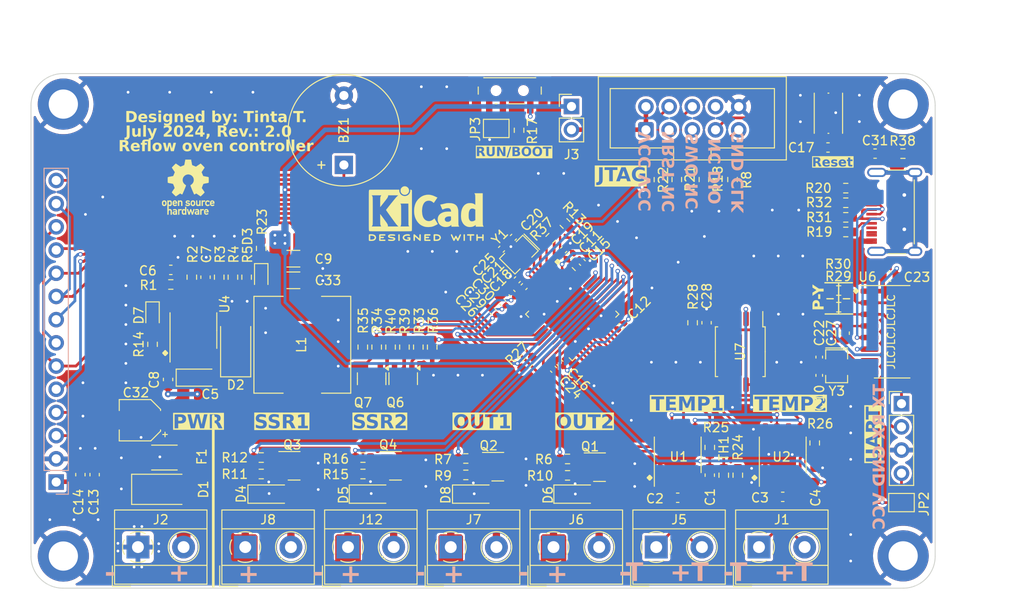
<source format=kicad_pcb>
(kicad_pcb (version 20240108) (generator "pcbnew") (generator_version "8.0")
  (title_block (title "Reflow Oven Controler") (date "2024-07-21") (rev "2.0") (company "Tinta T."))
  (layers (0 "F.Cu" signal) (31 "B.Cu" signal) (34 "B.Paste" user) (35 "F.Paste" user) (36 "B.SilkS" user "B.Silkscreen") (37 "F.SilkS" user "F.Silkscreen") (38 "B.Mask" user) (39 "F.Mask" user) (44 "Edge.Cuts" user))
  (net 0 "")
  (net 1 "+12V")
  (net 2 "GND")
  (net 3 "Net-(U4-SS)")
  (net 4 "Net-(U4-COMP)")
  (net 5 "Net-(C7-Pad2)")
  (net 6 "Net-(U4-BS)")
  (net 7 "Net-(D2-K)")
  (net 8 "+3.3V")
  (net 9 "Net-(D1-A)")
  (net 10 "Net-(D3-A)")
  (net 11 "Net-(D4-A)")
  (net 12 "Net-(D5-A)")
  (net 13 "Net-(D6-A)")
  (net 14 "Net-(D7-A)")
  (net 15 "Net-(D8-A)")
  (net 16 "Net-(J1-Pin_1)")
  (net 17 "Net-(J1-Pin_2)")
  (net 18 "Net-(J4-Pin_4)")
  (net 19 "Net-(J5-Pin_1)")
  (net 20 "Net-(J5-Pin_2)")
  (net 21 "Net-(J10-Pin_1)")
  (net 22 "/CS_TFT")
  (net 23 "/LED_TFT")
  (net 24 "/CS_TP")
  (net 25 "Net-(Q1-B)")
  (net 26 "Net-(Q2-B)")
  (net 27 "Net-(Q3-B)")
  (net 28 "Net-(Q4-B)")
  (net 29 "Net-(U4-EN)")
  (net 30 "Net-(U4-FB)")
  (net 31 "/OUT2")
  (net 32 "/OUT1")
  (net 33 "/SSR1")
  (net 34 "Net-(BZ1--)")
  (net 35 "/BUZZER")
  (net 36 "/SSR2")
  (net 37 "Net-(J14-SHIELD)")
  (net 38 "/CS_T1")
  (net 39 "/MISO_TFT")
  (net 40 "/CS_T2")
  (net 41 "/D+")
  (net 42 "/D-")
  (net 43 "/MOSI_TFT")
  (net 44 "/NRST")
  (net 46 "Net-(J10-Pin_4)")
  (net 47 "Net-(J10-Pin_6)")
  (net 48 "Net-(J10-Pin_7)")
  (net 50 "Net-(J10-Pin_9)")
  (net 51 "/IRQ_TP")
  (net 52 "Net-(J14-CC1)")
  (net 54 "Net-(J14-CC2)")
  (net 56 "Net-(JP3-B)")
  (net 57 "/SWDIO")
  (net 58 "Net-(U5-VCAP1)")
  (net 59 "/SWDCLK")
  (net 60 "/SWO")
  (net 61 "/AN_T1")
  (net 62 "/SCK_TC")
  (net 63 "/MISO_TC")
  (net 64 "Net-(U6-XO)")
  (net 65 "Net-(U6-XI)")
  (net 66 "Net-(U5-BOOT0)")
  (net 67 "/HSE_IN")
  (net 68 "/HSE_OUT")
  (net 69 "/MOSI_TC")
  (net 70 "/CS_FLASH")
  (net 71 "/RESET_TFT")
  (net 72 "/DC{slash}RS")
  (net 74 "/RXD")
  (net 75 "/TXD")
  (net 83 "Net-(U5-PA11)")
  (net 84 "Net-(U5-PA12)")
  (net 85 "unconnected-(J10-Pin_5-Pad5)")
  (net 86 "/AN_3V3")
  (net 87 "/AN_12V")
  (net 88 "/INHIBIT")
  (net 89 "+12V_S")
  (net 90 "Net-(D1-K)")
  (net 94 "/SCK_TFT")
  (net 95 "Net-(Q6-C)")
  (net 96 "Net-(Q6-B)")
  (net 97 "Net-(Q6-E)")
  (footprint "Resistor_SMD:R_0603_1608Metric" (layer "F.Cu") (at 184.11 100.59 90)
    (property "Reference" "R25")
    (property "Value" "10k")
  )
  (footprint "Buzzer_Beeper:Buzzer_12x9.5RM7.6" (layer "F.Cu") (at 144.05 69.66 90)
    (property "Reference" "BZ1")
    (property "Value" "Buzzer")
  )
  (footprint "Button_Switch_SMD:SW_Push_1P1T_NO_CK_KMR2" (layer "F.Cu") (at 197.1 64 -90)
    (property "Reference" "SW2" (hide yes))
    (property "Value" "SW_SPST")
  )
  (footprint "Resistor_SMD:R_0603_1608Metric" (layer "F.Cu") (at 133.4 81.95 -90)
    (property "Reference" "R5")
    (property "Value" "1k5")
  )
  (footprint "Jumper:SolderJumper-2_P1.3mm_Open_TrianglePad1.0x1.5mm" (layer "F.Cu") (at 160.73 65.665)
    (property "Reference" "JP3")
    (property "Value" "SolderJumper_2_Open")
  )
  (footprint "Resistor_SMD:R_0603_1608Metric" (layer "F.Cu") (at 146.1375 103.5 180)
    (property "Reference" "R15")
    (property "Value" "10k")
  )
  (footprint "Resistor_SMD:R_0603_1608Metric" (layer "F.Cu") (at 135 103.5 180)
    (property "Reference" "R11")
    (property "Value" "10k")
  )
  (footprint "Connector_PinHeader_2.54mm:PinHeader_1x04_P2.54mm_Vertical" (layer "F.Cu") (at 205.1 95.8)
    (property "Reference" "J4" (hide yes))
    (property "Value" "4x1-2.54mm")
  )
  (footprint "Resistor_SMD:R_0603_1608Metric" (layer "F.Cu") (at 146.12 89.605 -90)
    (property "Reference" "R35")
    (property "Value" "1k8")
  )
  (footprint "Resistor_SMD:R_0603_1608Metric" (layer "F.Cu") (at 180.5 71.26 -90)
    (property "Reference" "R21")
    (property "Value" "100")
  )
  (footprint "Capacitor_SMD:C_0402_1005Metric" (layer "F.Cu") (at 196.095 92.7 90)
    (property "Reference" "C10")
    (property "Value" "22pF")
  )
  (footprint "Resistor_SMD:R_0603_1608Metric" (layer "F.Cu") (at 123.1 89.3 90)
    (property "Reference" "R14")
    (property "Value" "5k5")
  )
  (footprint "Capacitor_SMD:C_0402_1005Metric" (layer "F.Cu") (at 163.785919 82.98436 45)
    (property "Reference" "C18")
    (property "Value" "100nF")
  )
  (footprint "Capacitor_SMD:C_0402_1005Metric" (layer "F.Cu") (at 196.095 90.7 -90)
    (property "Reference" "C22")
    (property "Value" "22pF")
  )
  (footprint "Capacitor_SMD:C_1206_3216Metric" (layer "F.Cu") (at 138.52 82.29 180)
    (property "Reference" "C33")
    (property "Value" "4.7uF")
  )
  (footprint "Capacitor_SMD:C_0402_1005Metric" (layer "F.Cu") (at 168.12 78.95 45)
    (property "Reference" "C19")
    (property "Value" "4.7uF")
  )
  (footprint "Resistor_SMD:R_0603_1608Metric" (layer "F.Cu") (at 157.4 101.8 180)
    (property "Reference" "R7")
    (property "Value" "1k")
  )
  (footprint "LED_SMD:LED_0603_1608Metric" (layer "F.Cu") (at 123.1 86.14 -90)
    (property "Reference" "D7")
    (property "Value" "Red")
  )
  (footprint "Resistor_SMD:R_0603_1608Metric" (layer "F.Cu") (at 163.23 65.865 -90)
    (property "Reference" "R17")
    (property "Value" "10k")
  )
  (footprint "Capacitor_SMD:CP_Elec_4x5.4" (layer "F.Cu") (at 121.7168 97.6122 180)
    (property "Reference" "C32")
    (property "Value" "4.7uF")
  )
  (footprint "Resistor_SMD:R_0603_1608Metric" (layer "F.Cu") (at 183.47 71.26 -90)
    (property "Reference" "R18")
    (property "Value" "100")
  )
  (footprint "Capacitor_SMD:C_0402_1005Metric" (layer "F.Cu") (at 163.035919 82.23436 45)
    (property "Reference" "C21")
    (property "Value" "1uF")
  )
  (footprint "Capacitor_SMD:C_0402_1005Metric" (layer "F.Cu") (at 174.40033 87.339949 -135)
    (property "Reference" "C12")
    (property "Value" "100nF")
  )
  (footprint "MountingHole:MountingHole_3.2mm_M3_DIN965_Pad" (layer "F.Cu") (at 113.332944 63)
    (property "Reference" "H3" (hide yes))
    (property "Value" "MountingHole_Pad")
  )
  (footprint "Resistor_SMD:R_0603_1608Metric" (layer "F.Cu") (at 199 73.8 180)
    (property "Reference" "R32")
    (property "Value" "0")
  )
  (footprint "Capacitor_SMD:C_1206_3216Metric" (layer "F.Cu") (at 138.52 79.925 180)
    (property "Reference" "C9")
    (property "Value" "4.7uF")
  )
  (footprint "Package_SO:SOIC-8_5.23x5.23mm_P1.27mm" (layer "F.Cu") (at 187.45 90.11 -90)
    (property "Reference" "U7")
    (property "Value" "W25Q16JVSNIQ")
  )
  (footprint "Crystal:Resonator_SMD_Murata_CSTxExxV-3Pin_3.0x1.1mm" (layer "F.Cu") (at 198 91.7 -90)
    (property "Reference" "Y3")
    (property "Value" "12MHz")
  )
  (footprint "Resistor_SMD:R_0603_1608Metric" (layer "F.Cu") (at 195.6 100.1 90)
    (property "Reference" "R26")
    (property "Value" "10k")
  )
  (footprint "Connector_USB:USB_C_Receptacle_XKB_U262-16XN-4BVC11" (layer "F.Cu") (at 205.5 74.8 90)
    (property "Reference" "J14" (hide yes))
    (property "Value" "USB_C_Receptacle_USB2.0")
  )
  (footprint "TerminalBlock_MetzConnect:TerminalBlock_MetzConnect_Type055_RT01502HDWU_1x02_P5.00mm_Horizontal" (layer "F.Cu") (at 121.5 111.5)
    (property "Reference" "J2")
    (property "Value" "PWR_IN")
  )
  (footprint "Package_TO_SOT_SMD:SOT-23" (layer "F.Cu") (at 160.9 102.7)
    (property "Reference" "Q2")
    (property "Value" "BC817")
  )
  (footprint "Resistor_SMD:R_0603_1608Metric" (layer "F.Cu") (at 153.72 89.605 90)
    (property "Reference" "R36")
    (property "Value" "10k")
  )
  (footprint "Diode_SMD:D_SMA" (layer "F.Cu") (at 124.3225 105.1775)
    (property "Reference" "D1")
    (property "Value" "B120-E3")
  )
  (footprint "Connector_PinHeader_2.54mm:PinHeader_1x02_P2.54mm_Vertical" (layer "F.Cu") (at 168.97 63.26)
    (property "Reference" "J3")
    (property "Value" "Conn_01x02_Pin")
  )
  (footprint "LED_SMD:LED_0603_1608Metric" (layer "F.Cu") (at 135 81.95 -90)
    (property "Reference" "D3")
    (property "Value" "Red")
  )
  (footprint "Resistor_SMD:R_0603_1608Metric" (layer "F.Cu") (at 157.4 103.6 180)
    (property "Reference" "R9")
    (property "Value" "10k")
  )
  (footprint "Resistor_SMD:R_0603_1608Metric" (layer "F.Cu") (at 198.225 83.41)
    (property "Reference" "R30")
    (property "Value" "0")
  )
  (footprint "Resistor_SMD:R_0603_1608Metric" (layer "F.Cu") (at 182.23 86.94 90)
    (property "Reference" "R28")
    (property "Value" "10k")
  )
  (footprint "Resistor_SMD:R_0603_1608Metric" (layer "F.Cu") (at 164.15 91.33 45)
    (property "Reference" "R27")
    (property "Value" "10k")
  )
  (footprint "Capacitor_SMD:C_0402_1005Metric" (layer "F.Cu") (at 167.00033 92.039949 -45)
    (property "Reference" "C24")
    (property "Value" "4.7uF")
  )
  (footprint "Resistor_SMD:R_0603_1608Metric" (layer "F.Cu") (at 125.1 82.75)
    (property "Reference" "R1")
    (property "Value" "100k")
  )
  (footprint "Capacitor_SMD:C_0402_1005Metric" (layer "F.Cu") (at 162.609289 77.580711 -135)
    (property "Reference" "C20")
    (property "Value" "22pF")
  )
  (footprint "Capacitor_SMD:C_0402_1005Metric" (layer "F.Cu") (at 167.70033 91.339949 135)
    (property "Reference" "C16")
    (property "Value" "100nF")
  )
  (footprint "Capacitor_SMD:C_0603_1608Metric" (layer "F.Cu") (at 184.11 103.625 -90)
    (property "Reference" "C1")
    (property "Value" "0.1uF")
  )
  (footprint "Resistor_SMD:R_0603_1608Metric" (layer "F.Cu") (at 131.9 81.95 90)
    (property "Reference" "R4")
    (property "Value" "26k1")
  )
  (footprint "Resistor_SMD:R_0603_1608Metric" (layer "F.Cu") (at 186.6 71.26 -90)
    (property "Reference" "R8")
    (property "Value" "100")
  )
  (footprint "Button_Switch_SMD:SW_SPDT_PCM12" (layer "F.Cu") (at 162.21 61.845 180)
    (property "Reference" "SW1" (hide yes))
    (property "Value" "SW_DPDT")
  )
  (footprint "Capacitor_SMD:C_0402_1005Metric" (layer "F.Cu") (at 170.15 80.33 -45)
    (property "Reference" "C15")
    (property "Value" "100nF")
  )
  (footprint "TerminalBlock_MetzConnect:TerminalBlock_MetzConnect_Type055_RT01502HDWU_1x02_P5.00mm_Horizontal" (layer "F.Cu") (at 133.25 111.5)
    (property "Reference" "J8")
    (property "Value" "SSR1")
  )
  (footprint "Connector_IDC:IDC-Header_2x05_P2.54mm_Vertical" (layer "F.Cu") (at 177.12 65.82 90)
    (property "Reference" "J10" (hide yes))
    (property "Value" "2x5_2.54mm")
  )
  (footprint "TerminalBlock_MetzConnect:TerminalBlock_MetzConnect_Type055_RT01502HDWU_1x02_P5.00mm_Horizontal" (layer "F.Cu") (at 178.25 111.5)
    (property "Reference" "J5")
    (property "Value" "Termocouple_1")
  )
  (footprint "Resistor_SMD:R_0603_1608Metric" (layer "F.Cu") (at 130.4 81.95 -90)
    (property "Reference" "R3")
    (property "Value" "10k")
  )
  (footprint "Resistor_SMD:R_0603_1608Metric" (layer "F.Cu") (at 168.5375 103.65 180)
    (property "Reference" "R10")
    (property "Value" "10k")
  )
  (footprint "MountingHole:MountingHole_3.2mm_M3_DIN965_Pad" (layer "F.Cu") (at 205.282944 112.462944)
    (property "Reference" "H2" (hide yes))
    (property "Value" "MountingHole_Pad")
  )
  (footprint "Resistor_SMD:R_0603_1608Metric" (layer "F.Cu") (at 168.5375 101.85 180)
    (property "Reference" "R6")
    (property "Value" "1k")
  )
  (footprint "Capacitor_SMD:C_0603_1608Metric" (layer "F.Cu") (at 128.9 81.95 90)
    (property "Reference" "C7")
    (property "Value" "3.9nF")
  )
  (footprint "Capacitor_Tantalum_SMD:CP_EIA-3216-10_Kemet-I" (layer "F.Cu") (at 128 92.95)
    (property "Reference" "C5")
    (property "Value" "10uF")
  )
  (footprint "Capacitor_SMD:C_0603_1608Metric" (layer "F.Cu") (at 192.1 106)
    (property "Reference" "C3")
    (property "Value" "10nF")
  )
  (footprint "Package_TO_SOT_SMD:SOT-23" (layer "F.Cu") (at 147.09 93.07 -90)
    (property "Reference" "Q7")
    (property "Value" "AO3401A")
  )
  (footprint "Package_TO_SOT_SMD:SOT-23" (layer "F.Cu") (at 150.545 93.06 -90)
    (property "Reference" "Q6")
    (property "Value" "BC817")
  )
  (footprint "Package_SO:SOIC-8_3.9x4.9mm_P1.27mm" (layer "F.Cu") (at 180.6 101.4 90)
    (property "Reference" "U1")
    (property "Value" "MAX31855KASA")
  )
  (footprint "TerminalBlock_MetzConnect:TerminalBlock_MetzConnect_Type055_RT01502HDWU_1x02_P5.00mm_Horizontal" (layer "F.Cu") (at 167 111.5)
    (property "Reference" "J6")
    (property "Value" "OUT2")
  )
  (footprint "Resistor_SMD:R_0603_1608Metric" (layer "F.Cu") (at 198.23 85.23 180)
    (property "Reference" "R29")
    (property "Value" "0")
  )
  (footprint "TerminalBlock_MetzConnect:TerminalBlock_MetzConnect_Type055_RT01502HDWU_1x02_P5.00mm_Horizontal" (layer "F.Cu") (at 189.5 111.5)
    (property "Reference" "J1")
    (property "Value" "Termocouple_2")
  )
  (footprint "Resistor_SMD:R_0603_1608Metric" (layer "F.Cu") (at 135 101.7 180)
    (property "Reference" "R12")
    (property "Value" "1k")
  )
  (footprint "Capacitor_SMD:C_0402_1005Metric" (layer "F.Cu") (at 160.39 85.7 -45)
    (property "Reference" "C26")
    (property "Value" "10nF")
  )
  (footprint "Fuse:Fuse_2010_5025Metric_Pad1.52x2.65mm_HandSolder" (layer "F.Cu") (at 124.4 101.7)
    (property "Reference" "F1")
    (property "Value" "5A")
  )
  (footprint "Capacitor_SMD:C_0603_1608Metric" (layer "F.Cu") (at 198.88 88.08 90)
    (property "Reference" "C27")
    (property "Value" "10nF")
  )
  (footprint "Crystal:Resonator_SMD_Murata_CSTxExxV-3Pin_3.0x1.1mm" (layer "F.Cu") (at 163.209289 79.480711 -135)
    (property "Reference" "Y1")
    (property "Value" "12MHz")
  )
  (footprint "Resistor_SMD:R_0603_1608Metric" (layer "F.Cu") (at 199 75.4 180)
    (property "Reference" "R31")
    (property "Value" "0")
  )
  (footprint "Diode_SMD:D_SOD-123" (layer "F.Cu") (at 135.9 105.7)
    (property "Reference" "D4")
    (property "Value" "1N4148W")
  )
  (footprint "Capacitor_SMD:C_0603_1608Metric" (layer "F.Cu") (at 180.6 106.1)
    (property "Reference" "C2")
    (property "Value" "10nF")
  )
  (footprint "Capacitor_SMD:C_0603_1608Metric" (layer "F.Cu") (at 116.76 103.57 90)
    (property "Reference" "C13")
    (property "Value" "0.1uF")
  )
  (footprint "Resistor_SMD:R_0603_1608Metric" (layer "F.Cu") (at 152.2 89.605 -90)
    (property "Reference" "R33")
    (property "Value" "1k")
  )
  (footprint "Resistor_SMD:R_0603_1608Metric" (layer "F.Cu") (at 135 78.8 90)
    (property "Reference" "R23")
    (property "Value" "100")
  )
  (footprint "Capacitor_SMD:C_0402_1005Metric" (layer "F.Cu") (at 168.81033 79.639949 45)
    (property "Reference" "C11")
    (property "Value" "100nF")
  )
  (footprint "Package_TO_SOT_SMD:SOT-23" (layer "F.Cu") (at 138.6 102.6)
    (property "Reference" "Q3")
    (property "Value" "BC817")
  )
  (footprint "Capacitor_SMD:C_0603_1608Metric" (layer "F.Cu") (at 203.8 81.875)
    (property "Reference" "C23")
    (property "Value" "100nF")
  )
  (footprint "Jumper:SolderJumper-2_P1.3mm_Open_TrianglePad1.0x1.5mm" (layer "F.Cu") (at 205.1 106.63 180)
    (property "Reference" "JP2")
    (property "Value" "SolderJumper_2_Open")
  )
  (footprint "Package_TO_SOT_SMD:SOT-23" (layer "F.Cu") (at 172.0375 102.75)
    (property "Reference" "Q1")
    (property "Value" "BC817")
  )
  (footprint "Inductor_SMD:L_10.4x10.4_H4.8" (layer "F.Cu") (at 139.5 89.35 90)
    (property "Reference" "L1")
    (property "Value" "10uH 4A")
  )
  (footprint "Resistor_SMD:R_0603_1608Metric" (layer "F.Cu") (at 185.64 103.63 90)
    (property "Reference" "TH1")
    (property "Value" "10k")
  )
  (footprint "Capacitor_SMD:C_0402_1005Metric" (layer "F.Cu") (at 161.309289 78.880711 45)
    (property "Reference" "C25")
    (property "Value" "22pF")
  )
  (footprint "Capacitor_SMD:C_0402_1005Metric" (layer "F.Cu") (at 161.43 84.7 -45)
    (property "Reference" "C29")
    (property "Value" "10nF")
  )
  (footprint "Package_SO:SOIC-8-1EP_3.9x4.9mm_P1.27mm_EP2.62x3.51mm" (layer "F.Cu") (at 127.575 87.795 90)
    (property "Reference" "U4")
    (property "Value" "MP2303ADN")
  )
  (footprint "Diode_SMD:D_SMA" (layer "F.Cu") (at 132.2 89.35 90)
    (property "Reference" "D2")
    (property "Value" "B120-E3")
  )
  (footprint "Package_DFN_QFN:QFN-48-1EP_7x7mm_P0.5mm_EP5.6x5.6mm" (layer "F.Cu") (at 169.05033 86 -45)
    (property "Reference" "U5" (hide yes))
    (property "Value" "STM32F411CEUx")
  )
  (footprint "Symbol:OSHW-Logo_5.7x6mm_SilkScreen" (layer "F.Cu") (at 127 72.09)
    (property "Reference" "REF**" (hide yes))
    (property "Value" "OSHW-Logo_5.7x6mm_SilkScreen" (hide yes))
  )
  (footprint "Resistor_SMD:R_0603_1608Metric" (layer "F.Cu") (at 127.4 81.95 -90)
    (property "Reference" "R2")
    (property "Value" "6k8")
  )
  (footprint "Resistor_SMD:R_0603_1608Metric" (layer "F.Cu") (at 150.68 89.605 -90)
    (property "Reference" "R39")
    (property "Value" "1k")
  )
  (footprint "Package_SO:SOIC-8_3.9x4.9mm_P1.27mm" (layer "F.Cu") (at 192.1 101.4 90)
    (property "Reference" "U2")
    (property "Value" "MAX31855KASA")
  )
  (footprint "Resistor_SMD:R_0603_1608Metric" (layer "F.Cu") (at 168.26 76.07 -45)
    (property "Reference" "R13")
    (property "Value" "1k")
  )
  (footprint "Capacitor_SMD:C_0603_1608Metric" (layer "F.Cu") (at 202.21 68.42)
    (property "Reference" "C31")
    (property "Value" "10nF")
  )
  (footprint "Package_SO:SOIC-16_3.9x9.9mm_P1.27mm" (layer "F.Cu") (at 204.075 87.925)
    (property "Reference" "U6")
    (property "Value" "CH340G")
  )
  (footprint "Capacitor_SMD:C_0402_1005Metric" (layer "F.Cu") (at 162.46 83.7 -45)
    (property "Reference" "C30")
    (property "Value" "10nF")
  )
  (footprint "MountingHole:MountingHole_3.2mm_M3_DIN965_Pad" (layer "F.Cu") (at 113.332944 112.482944)
    (property "Reference" "H4" (hide yes))
    (property "Value" "MountingHole_Pad")
  )
  (footprint "Symbol:KiCad-Logo2_5mm_SilkScreen" (layer "F.Cu") (at 153.06 74.98)
    (property "Reference" "REF**" (hide yes))
    (property "Value" "KiCad-Logo2_5mm_SilkScreen" (hide yes))
  )
  (footprint "Resistor_SMD:R_0603_1608Metric" (layer "F.Cu") (at 146.1375 101.7 180)
    (property "Reference" "R16")
    (property "Value" "1k")
  )
  (footprint "Resistor_SMD:R_0603_1608Metric" (layer "F.Cu") (at 199 72.2)
    (property "Reference" "R20")
    (property "Value" "5k1")
  )
  (footprint "TerminalBlock_MetzConnect:TerminalBlock_MetzConnect_Type055_RT01502HDWU_1x02_P5.00mm_Horizontal" (layer "F.Cu") (at 144.5 111.5)
    (property "Reference" "J12")
    (property "Value" "SSR2")
  )
  (footprint "Capacitor_SMD:C_0603_1608Metric" (layer "F.Cu") (at 197.055 67.75)
    (property "Reference" "C17")
    (property "Value" "0.1uF")
  )
  (footprint "Diode_SMD:D_SOD-123" (layer "F.Cu") (at 158.3 105.7)
    (property "Reference" "D8")
    (property "Value" "1N4148W")
  )
  (footprint "Resistor_SMD:R_0603_1608Metric" (layer "F.Cu") (at 177.5 71.27 -90)
    (property "Reference" "R22")
    (property "Value" "100")
  )
  (footprint "Capacitor_SMD:C_0603_1608Metric" (layer "F.Cu") (at 124.8 93.15 -90)
    (property "Reference" "C8")
    (property "Value" "10nF")
  )
  (footprint "Package_TO_SOT_SMD:SOT-23" (layer "F.Cu") (at 149.7 102.6)
    (property "Reference" "Q4")
    (property "Value" "BC817")
  )
  (footprint "Resistor_SMD:R_0603_1608Metric" (layer "F.Cu") (at 199 77)
    (property "Reference" "R19")
    (property "Value" "5k1")
  )
  (footprint "TerminalBlock_MetzConnect:TerminalBlock_MetzConnect_Type055_RT01502HDWU_1x02_P5.00mm_Horizontal" (layer "F.Cu") (at 155.75 111.5)
    (property "Reference" "J7")
    (property "Value" "OUT1")
  )
  (footprint "MountingHole:MountingHole_3.2mm_M3_DIN965_Pad" (layer "F.Cu") (at 205.282944 63)
    (property "Reference" "H1" (hide yes))
    (property "Value" "MountingHole_Pad")
  )
  (footprint "Capacitor_SMD:C_0603_1608Metric" (layer "F.Cu") (at 195.6 103.6 90)
    (property "Reference" "C4")
    (property "Value" "0.1uF")
  )
  (footprint "Diode_SMD:D_SOD-123" (layer "F.Cu") (at 169.4 105.7)
    (property "Reference" "D6")
    (property "Value" "1N4148W")
  )
  (footprint "Diode_SMD:D_SOD-123" (layer "F.Cu") (at 147 105.7)
    (property "Reference" "D5")
    (property "Value" "1N4148W")
  )
  (footprint "Resistor_SMD:R_0603_1608Metric" (layer "F.Cu") (at 147.64 89.605 90)
    (property "Reference" "R34")
    (property "Value" "10k")
  )
  (footprint "Capacitor_SMD:C_0603_1608Metric" (layer "F.Cu") (at 115.2 103.57 90)
    (property "Reference" "C14")
    (property "Value" "10uF")
  )
  (footprint "Resistor_SMD:R_0603_1608Metric" (layer "F.Cu") (at 205.26 68.42 180)
    (property "Reference" "R38")
    (property "Value" "10k")
  )
  (footprint "Resistor_SMD:R_0603_1608Metric" (layer "F.Cu") (at 166.7 77.69 -135)
    (property "Reference" "R37")
    (property "Value" "10k")
  )
  (footprint "Resistor_SMD:R_0603_1608Metric" (layer "F.Cu") (at 187.18 103.63 90)
    (property "Reference" "R24")
    (property "Value" "10k")
  )
  (footprint "Resistor_SMD:R_0603_1608Metric" (layer "F.Cu") (at 149.16 89.605 90)
    (property "Reference" "R40")
    (property "Value" "10k")
  )
  (footprint "Capacitor_SMD:C_0603_1608Metric" (layer "F.Cu") (at 183.76 86.94 -90)
    (property "Reference" "C28")
    (property "Value" "1uF")
  )
  (footprint "Capacitor_SMD:C_0603_1608Metric" (layer "F.Cu") (at 125.1 81.15)
    (property "Reference" "C6")
    (property "Value" "100nF")
  )
  (footprint "Connector_PinSocket_2.54mm:PinSocket_1x14_P2.54mm_Vertical" (layer "B.Cu") (at 112.55 104.38)
    (property "Reference" "J13" (hide yes))
    (property "Value" "14x1-2.54mm" (hide yes))
  )
  (gr_line (start 129.75 115.8) (end 129.75 97.14) (stroke (width 0.3)) (layer "F.SilkS"))
  (gr_line (start 198.735 84.31) (end 199.425 84.31) (stroke (width 0.15)) (layer "F.SilkS"))
  (gr_line (start 196.935 84.31) (end 197.625 84.31) (stroke (width 0.15)) (layer "F.SilkS"))
  (gr_line (start 198.22 82.58) (end 198.22 85.96) (stroke (width 0.15)) (layer "F.SilkS"))
  (gr_line (start 196.75 85.98) (end 199.75 85.98) (stroke (width 0.15)) (layer "F.SilkS"))
  (gr_line (start 196.72 82.56) (end 199.72 82.56) (stroke (width 0.15)) (layer "F.SilkS"))
  (gr_arc (start 109.79 63.16) (mid 110.815126 60.685126) (end 113.29 59.66) (stroke (width 0.1)) (layer "Edge.Cuts"))
  (gr_arc (start 205.29 59.66) (mid 207.764874 60.685126) (end 208.79 63.16) (stroke (width 0.1)) (layer "Edge.Cuts"))
  (gr_line (start 109.79 112.5) (end 109.79 63.16) (stroke (width 0.1)) (layer "Edge.Cuts"))
  (gr_line (start 113.29 59.66) (end 205.29 59.66) (stroke (width 0.1)) (layer "Edge.Cuts"))
  (gr_arc (start 208.79 112.5) (mid 207.764874 114.974874) (end 205.29 116) (stroke (width 0.1)) (layer "Edge.Cuts"))
  (gr_line (start 208.79 63.16) (end 208.79 112.5) (stroke (width 0.1)) (layer "Edge.Cuts"))
  (gr_arc (start 113.29 116) (mid 110.815126 114.974874) (end 109.79 112.5) (stroke (width 0.1)) (layer "Edge.Cuts"))
  (gr_line (start 205.29 116) (end 113.29 116) (stroke (width 0.1)) (layer "Edge.Cuts"))
  (gr_text "SWO NC" (at 183 70.36 90) (layer "B.SilkS") (effects (font (size 1.3 1.3) (thickness 0.3) (bold yes) (italic yes)) (justify bottom mirror)))
  (gr_text "T+   T-" (at 184 115.55 0) (layer "B.SilkS") (effects (font (size 2 2) (thickness 0.3) (bold yes) (italic yes)) (justify left bottom mirror)))
  (gr_text "+      -" (at 132.452548 113.28 180) (layer "B.SilkS") (effects (font (size 2 2) (thickness 0.3) (bold yes) (italic yes)) (justify left bottom mirror)))
  (gr_text "GND CLK" (at 188.01 70.36 90) (layer "B.SilkS") (effects (font (size 1.3 1.3) (thickness 0.3) (bold yes) (italic yes)) (justify bottom mirror)))
  (gr_text "+      -" (at 154.91 113.28 180) (layer "B.SilkS") (effects (font (size 2 2) (thickness 0.3) (bold yes) (italic yes)) (justify left bottom mirror)))
  (gr_text "+      -" (at 143.63 113.28 180) (layer "B.SilkS") (effects (font (size 2 2) (thickness 0.3) (bold yes) (italic yes)) (justify left bottom mirror)))
  (gr_text "VCC VCC" (at 177.84 70.36 90) (layer "B.SilkS") (effects (font (size 1.3 1.3) (thickness 0.3) (bold yes) (italic yes)) (justify bottom mirror)))
  (gr_text "TX RX GND VCC" (at 203.48 93.65 90) (layer "B.SilkS") (effects (font (size 1.3 1.3) (thickness 0.3) (bold yes) (italic yes)) (justify left bottom mirror)))
  (gr_text "T+   T-" (at 195.392576 115.55 0) (layer "B.SilkS") (effects (font (size 2 2) (thickness 0.3) (bold yes) (italic yes)) (justify left bottom mirror)))
  (gr_text "+      -" (at 127.19 115.58 0) (layer "B.SilkS") (effects (font (size 2 2) (thickness 0.3) (bold yes) (italic yes)) (justify left bottom mirror)))
  (gr_text "NC DIO" (at 185.49 70.36 90) (layer "B.SilkS") (effects (font (size 1.3 1.3) (thickness 0.3) (bold yes) (italic yes)) (justify bottom mirror)))
  (gr_text "NRST NC" (at 180.42 70.36 90) (layer "B.SilkS") (effects (font (size 1.3 1.3) (thickness 0.3) (bold yes) (italic yes)) (justify bottom mirror)))
  (gr_text "+      -" (at 166.24 113.28 180) (layer "B.SilkS") (effects (font (size 2 2) (thickness 0.3) (bold yes) (italic yes)) (justify left bottom mirror)))
  (gr_text "Designed by: Tinta T." (at 120.073685 65.18 0) (layer "F.SilkS") (effects (font (size 1.2 1.2) (thickness 0.3) (bold yes) (italic yes)) (justify left bottom)))
  (gr_text "JLCJLCJLCJLC" (at 203.975 87.925 90) (layer "F.SilkS") (effects (font (size 0.8 0.8) (thickness 0.13))))
  (gr_text "." (at 166.33 80.96 0) (layer "F.SilkS") (effects (font (size 4 4) (thickness 0.25) (bold yes)) (justify left bottom)))
  (gr_text "RUN/BOOT" (at 158.48 68.865 0) (layer "F.SilkS" knockout) (effects (font (size 1 1) (thickness 0.2) (bold yes) (italic yes)) (justify left bottom)))
  (gr_text "." (at 176.41 104.6 0) (layer "F.SilkS") (effects (font (size 4 4) (thickness 0.25) (bold yes)) (justify left bottom)))
  (gr_text "OUT2" (at 167.25 98.75 0) (layer "F.SilkS" knockout) (effects (font (size 1.5 1.5) (thickness 0.2) (bold yes) (italic yes)) (justify left bottom)))
  (gr_text "UART" (at 202.978245 102.336181 90) (layer "F.SilkS" knockout) (effects (font (size 1.5 1.5) (thickness 0.2) (bold yes) (italic yes)) (justify left bottom)))
  (gr_text "SSR2" (at 145 98.75 0) (layer "F.SilkS" knockout) (effects (font (size 1.5 1.5) (thickness 0.2) (bold yes) (italic yes)) (justify left bottom)))
  (gr_text "P-Y" (at 196.78008 85.623484 90) (layer "F.SilkS") (effects (font (size 1.2 1.2) (thickness 0.3) (bold yes) (italic yes)) (justify left bottom)))
  (gr_text "PWR" (at 125.3236 98.75 0) (layer "F.SilkS" knockout) (effects (font (size 1.5 1.5) (thickness 0.2) (bold yes) (italic yes)) (justify left bottom)))
  (gr_text "Reset" (at 195.3 70 0) (layer "F.SilkS" knockout) (effects (font (size 1 1) (thickness 0.2) (bold yes) (italic yes)) (justify left bottom)))
  (gr_text "July 2024, Rev.: 2.0" (at 120.12 66.77 0) (layer "F.SilkS") (effects (font (size 1.2 1.2) (thickness 0.3) (bold yes) (italic yes)) (justify left bottom)))
  (gr_text "." (at 199 84.16 0) (layer "F.SilkS") (effects (font (size 4 4) (thickness 0.25) (bold yes)) (justify left bottom)))
  (gr_text "Reflow oven controller" (at 119.350335 68.36 0) (layer "F.SilkS") (effects (font (size 1.2 1.2) (thickness 0.3) (bold yes) (italic yes)) (justify left bottom)))
  (gr_text "SSR1" (at 134.25 98.75 0) (layer "F.SilkS" knockout) (effects (font (size 1.5 1.5) (thickness 0.2) (bold yes) (italic yes)) (justify left bottom)))
  (gr_text "TEMP2" (at 189 96.8 0) (layer "F.SilkS" knockout) (effects (font (size 1.5 1.5) (thickness 0.2) (bold yes) (italic yes)) (justify left bottom)))
  (gr_text "OUT1" (at 156 98.75 0) (layer "F.SilkS" knockout) (effects (font (size 1.5 1.5) (thickness 0.2) (bold yes) (italic yes)) (justify left bottom)))
  (gr_text "." (at 187.89 104.6 0) (layer "F.SilkS") (effects (font (size 4 4) (thickness 0.25) (bold yes)) (justify left bottom)))
  (gr_text "." (at 123.37 90.95 0) (layer "F.SilkS") (effects (font (size 4 4) (thickness 0.25) (bold yes)) (justify left bottom)))
  (gr_text "JTAG" (at 171.8 71.7 0) (layer "F.SilkS" knockout) (effects (font (size 1.5 1.5) (thickness 0.2) (bold yes) (italic yes)) (justify left bottom)))
  (gr_text "TEMP1" (at 177.7 96.8 0) (layer "F.SilkS" knockout) (effects (font (size 1.5 1.5) (thickness 0.2) (bold yes) (italic yes)) (justify left bottom)))
  (segment (start 126.65 92.1) (end 126.94 91.81) (width 0.6) (layer "F.Cu") (net 1))
  (segment (start 126.65 92.95) (end 126.65 92.1) (width 0.6) (layer "F.Cu") (net 1))
  (segment (start 126.675 92.975) (end 126.65 92.95) (width 1) (layer "F.Cu") (net 1))
  (segment (start 147.77 90.43) (end 147.47 90.43) (width 0.3) (layer "F.Cu") (net 1))
  (segment (start 147.8 89.62) (end 147.64 89.78) (width 0.3) (layer "F.Cu") (net 1))
  (segment (start 146.14 91.76) (end 146.14 92.1325) (width 0.3) (layer "F.Cu") (net 1))
  (segment (start 149.16 88.78) (end 149.16 89.5) (width 0.3) (layer "F.Cu") (net 1))
  (segment (start 149.16 89.5) (end 149.04 89.62) (width 0.3) (layer "F.Cu") (net 1))
  (segment (start 147.47 90.43) (end 146.14 91.76) (width 0.3) (layer "F.Cu") (net 1))
  (segment (start 123.7 97.429) (end 123.7 91.55) (width 0.5) (layer "F.Cu") (net 1))
  (segment (start 123.1 90.125) (end 124.175 90.125) (width 0.3) (layer "F.Cu") (net 1))
  (segment (start 126.94 91.81) (end 126.94 90.275) (width 0.6) (layer "F.Cu") (net 1))
  (segment (start 147.64 89.78) (end 147.64 90.43) (width 0.3) (layer "F.Cu") (net 1))
  (segment (start 124.175 90.125) (end 124.3 90) (width 0.3) (layer "F.Cu") (net 1))
  (segment (start 124.3 90) (end 124.3 82.554594) (width 0.5) (layer "F.Cu") (net 1))
  (segment (start 123.7 91.55) (end 124.3 90.95) (width 0.5) (layer "F.Cu") (net 1))
  (segment (start 123.5168 97.6122) (end 123.7 97.429) (width 0.5) (layer "F.Cu") (net 1))
  (segment (start 124.3 90.95) (end 124.3 90) (width 0.5) (layer "F.Cu") (net 1))
  (segment (start 149.04 89.62) (end 147.8 89.62) (width 0.3) (layer "F.Cu") (net 1))
  (segment (start 195.6 102.825) (end 196.462877 102.825) (width 0.3) (layer "F.Cu") (net 2))
  (segment (start 201.83 71.75) (end 201.63 71.55) (width 0.25) (layer "F.Cu") (net 2))
  (segment (start 167.41936 92.37936) (end 167.339741 92.37936) (width 0.25) (layer "F.Cu") (net 2))
  (segment (start 150.68 89.4) (end 150.85 89.57) (width 0.3) (layer "F.Cu") (net 2))
  (segment (start 153.51 89.57) (end 153.72 89.78) (width 0.3) (layer "F.Cu") (net 2))
  (segment (start 135.825 103.5) (end 135.883762 103.558762) (width 0.5) (layer "F.Cu") (net 2))
  (segment (start 198.175 77.675) (end 198.35 77.85) (width 0.25) (layer "F.Cu") (net 2))
  (segment (start 198.175 77) (end 198.175 77.675) (width 0.25) (layer "F.Cu") (net 2))
  (segment (start 159.98 65.39) (end 160.005 65.415) (width 0.3) (layer "F.Cu") (net 2))
  (segment (start 196.095 91.7) (end 196.095 92.22) (width 0.25) (layer "F.Cu") (net 2))
  (segment (start 171.1 103.7) (end 169.4125 103.7) (width 0.5) (layer "F.Cu") (net 2))
  (segment (start 197.83 66.12) (end 197.9 66.05) (width 0.5) (layer "F.Cu") (net 2))
  (segment (start 153.72 89.78) (end 153.72 90.43) (width 0.3) (layer "F.Cu") (net 2))
  (segment (start 168.459792 78.610589) (end 169.149741 79.300538) (width 0.25) (layer "F.Cu") (net 2))
  (segment (start 147.008796 103.546296) (end 148.758796 103.546296) (width 0.5) (layer "F.Cu") (net 2))
  (segment (start 168.459411 78.610589) (end 168.459792 78.610589) (width 0.25) (layer "F.Cu") (net 2))
  (segment (start 135.883762 103.558762) (end 137.653738 103.558762) (width 0.5) (layer "F.Cu") (net 2))
  (segment (start 170.47 81.398349) (end 170.47 80.748822) (width 0.25) (layer "F.Cu") (net 2))
  (segment (start 164.12533 82.644949) (end 164.69533 83.214949) (width 0.25) (layer "F.Cu") (net 2))
  (segment (start 184.93 86.51) (end 185.545 86.51) (width 0.4) (layer "F.Cu") (net 2))
  (segment (start 167.360919 90.871392) (end 168.210641 90.02167) (width 0.25) (layer "F.Cu") (net 2))
  (segment (start 170.47 80.748822) (end 170.529411 80.689411) (width 0.25) (layer "F.Cu") (net 2))
  (segment (start 169.4125 103.7) (end 169.3625 103.65) (width 0.3) (layer "F.Cu") (net 2))
  (segment (start 168.210641 90.02167) (end 169.05033 89.181981) (width 0.25) (layer "F.Cu") (net 2))
  (segment (start 125.9 81.125) (end 125.875 81.15) (width 0.3) (layer "F.Cu") (net 2))
  (segment (start 198.35 77.85) (end 201.83 77.85) (width 0.25) (layer "F.Cu") (net 2))
  (segment (start 173.072 86.839689) (end 172.24226 86.009949) (width 0.25) (layer "F.Cu") (net 2))
  (segment (start 169.890019 81.97833) (end 170.47 81.398349) (width 0.25) (layer "F.Cu") (net 2))
  (segment (start 146.9625 103.5) (end 147.008796 103.546296) (width 0.5) (layer "F.Cu") (net 2))
  (segment (start 184.585 86.165) (end 184.93 86.51) (width 0.4) (layer "F.Cu") (net 2))
  (segment (start 197.775 61.825) (end 197.9 61.95) (width 0.3) (layer "F.Cu") (net 2))
  (segment (start 129.48 90.07) (end 132.2 87.35) (width 0.5) (layer "F.Cu") (net 2))
  (segment (start 137.653738 103.558762) (end 137.6625 103.55) (width 0.5) (layer "F.Cu") (net 2))
  (segment (start 135 81.1625) (end 135 81.95) (width 0.3) (layer "F.Cu") (net 2))
  (segment (start 198.175 71.635) (end 198.41 71.4) (width 0.25) (layer "F.Cu") (net 2))
  (segment (start 134.502104 81.95) (end 134.49984 81.952264) (width 0.3) (layer "F.Cu") (net 2))
  (segment (start 203.05 81.9) (end 203.025 81.875) (width 0.3) (layer "F.Cu") (net 2))
  (segment (start 183.76 85.44) (end 183.76 86.165) (width 0.25) (layer "F.Cu") (net 2))
  (segment (start 162.269878 77.920122) (end 162.009289 78.180711) (width 0.25) (layer "F.Cu") (net 2))
  (segment (start 203.05 83.203554) (end 203.05 81.9) (width 0.3) (layer "F.Cu") (net 2))
  (segment (start 173.072 86.839689) (end 173.811671 87.57936) (width 0.25) (layer "F.Cu") (net 2))
  (segment (start 130.702264 81.952264) (end 130.4 81.65) (width 0.3) (layer "F.Cu") (net 2))
  (segment (start 167.339741 92.37936) (end 167.347866 92.371235) (width 0.25) (layer "F.Cu") (net 2))
  (segment (start 158.274083 103.649083) (end 159.961583 103.649083) (width 0.5) (layer "F.Cu") (net 2))
  (segment (start 170.99 80.14) (end 170.99 80.168822) (width 0.25) (layer "F.Cu") (net 2))
  (segment (start 183.76 86.165) (end 184.585 86.165) (width 0.4) (layer "F.Cu") (net 2))
  (segment (start 135 81.95) (end 134.502104 81.95) (width 0.3) (layer "F.Cu") (net 2))
  (segment (start 198 91.7) (end 196.095 91.7) (width 0.25) (layer "F.Cu") (net 2))
  (segment (start 159.88 63.275) (end 159.98 63.175) (width 0.3) (layer "F.Cu") (net 2))
  (segment (start 163.350381 81.87) (end 163.37533 81.894949) (width 0.25) (layer "F.Cu") (net 2))
  (segment (start 167.360919 91.000538) (end 167.360919 90.871392) (width 0.25) (layer "F.Cu") (net 2))
  (segment (start 150.68 88.78) (end 150.68 89.4) (width 0.3) (layer "F.Cu") (net 2))
  (segment (start 125.875 79.795) (end 125.89 79.78) (width 0.3) (layer "F.Cu") (net 2))
  (segment (start 165.204618 83.214949) (end 166.08932 84.099651) (width 0.25) (layer "F.Cu") (net 2))
  (segment (start 169.05033 89.181981) (end 169.05033 86) (width 0.25) (layer "F.Cu") (net 2))
  (segment (start 162.009289 78.180711) (end 161.6487 78.5413) (width 0.25) (layer "F.Cu") (net 2))
  (segment (start 202.773554 83.48) (end 203.05 83.203554) (width 0.3) (layer "F.Cu") (net 2))
  (segment (start 167.347866 92.371235) (end 167.347866 91.013591) (width 0.25) (layer "F.Cu") (net 2))
  (segment (start 129.35 92.95) (end 129.5 92.8) (width 0.5) (layer "F.Cu") (net 2))
  (segment (start 135.0875 81.1625) (end 135.1 81.15) (width 0.5) (layer "F.Cu") (net 2))
  (segment (start 167.989669 86) (end 169.05033 86) (width 0.25) (layer "F.Cu") (net 2))
  (segment (start 135 81.95) (end 135.74 81.95) (width 0.3) (layer "F.Cu") (net 2))
  (segment (start 160.005 66.89) (end 160.005 65.665) (width 0.3) (layer "F.Cu") (net 2))
  (segment (start 160.305 65.675) (end 160.205 65.575) (width 0.3) (layer "F.Cu") (net 2))
  (segment (start 135.74 81.95) (end 135.96 82.17) (width 0.3) (layer "F.Cu") (net 2))
  (segment (start 168.84 78.23) (end 168.459411 78.610589) (width 0.25) (layer "F.Cu") (net 2))
  (segment (start 135.96 82.17) (end 135.96 83.72) (width 0.3) (layer "F.Cu") (net 2))
  (segment (start 198.175 72.2) (end 198.175 71.635) (width 0.25) (layer "F.Cu") (net 2))
  (segment (start 129.48 90.275) (end 129.48 90.07) (width 0.3) (layer "F.Cu") (net 2))
  (segment (start 167.347866 91.013591) (end 167.360919 91.000538) (width 0.25) (layer "F.Cu") (net 2))
  (segment (start 130.4 81.65) (end 130.4 81.125) (width 0.3) (layer "F.Cu") (net 2))
  (segment (start 158.225 104.475) (end 158.225 103.6) (width 0.5) (layer "F.Cu") (net 2))
  (segment (start 170.99 80.168822) (end 170.489411 80.669411) (width 0.25) (layer "F.Cu") (net 2))
  (segment (start 134.49984 81.952264) (end 130.702264 81.952264) (width 0.3) (layer "F.Cu") (net 2))
  (segment (start 168.85033 83.018019) (end 168.85033 83.199949) (width 0.25) (layer "F.Cu") (net 2))
  (segment (start 146.9625 104.3311) (end 146.9625 103.5) (width 0.5) (layer "F.Cu") (net 2))
  (segment (start 163.209289 79.480711) (end 162.335025 78.606447) (width 0.25) (layer "F.Cu") (net 2))
  (segment (start 164.69533 83.214949) (end 165.204618 83.214949) (width 0.25) (layer "F.Cu") (net 2))
  (segment (start 135 81.1625) (end 135.0875 81.1625) (width 0.5) (layer "F.Cu") (net 2))
  (segment (start 169.3672 103.7453) (end 169.4125 103.7) (width 0.5) (layer "F.Cu") (net 2))
  (segment (start 158.225 103.6) (end 158.274083 103.649083) (width 0.5) (layer "F.Cu") (net 2))
  (segment (start 129.5 92.8) (end 129.5 90.555) (width 0.5) (layer "F.Cu") (net 2))
  (segment (start 173.811671 87.57936) (end 174.160919 87.57936) (width 0.25) (layer "F.Cu") (net 2))
  (segment (start 198.41 71.4) (end 201.78 71.4) (width 0.25) (layer "F.Cu") (net 2))
  (segment (start 169.3672 104.565416) (end 169.3672 103.7453) (width 0.5) (layer "F.Cu") (net 2))
  (segment (start 169.890019 81.97833) (end 168.85033 83.018019) (width 0.25) (layer "F.Cu") (net 2))
  (segment (start 201.6 83.48) (end 202.773554 83.48) (width 0.3) (layer "F.Cu") (net 2))
  (segment (start 135.825 104.3686) (end 135.825 103.5) (width 0.5) (layer "F.Cu") (net 2))
  (segment (start 196.095 91.18) (end 196.095 91.7) (width 0.25) (layer "F.Cu") (net 2))
  (segment (start 129.35 90.405) (end 129.48 90.275) (width 0.3) (layer "F.Cu") (net 2))
  (segment (start 150.85 89.57) (end 153.51 89.57) (width 0.3) (layer "F.Cu") (net 2))
  (segment (start 162.009289 78.280711) (end 162.009289 78.180711) (width 0.25) (layer "F.Cu") (net 2))
  (segment (start 148.758796 103.546296) (end 148.7625 103.55) (width 0.5) (layer "F.Cu") (net 2))
  (segment (start 169.4125 103.7) (end 169.5 103.7875) (width 0.5) (layer "F.Cu") (net 2))
  (segment (start 201.83 77.85) (end 201.63 78.05) (width 0.25) (layer "F.Cu") (net 2))
  (segment (start 166.08932 84.099651) (end 167.989669 86) (width 0.25) (layer "F.Cu") (net 2))
  (segment (start 162.335025 78.606447) (end 162.009289 78.280711) (width 0.25) (layer "F.Cu") (net 2))
  (segment (start 162.28 81.87) (end 163.350381 81.87) (width 0.25) (layer "F.Cu") (net 2))
  (segment (start 163.37533 81.894949) (end 164.12533 82.644949) (width 0.25) (layer "F.Cu") (net 2))
  (segment (start 172.24226 86.009949) (end 172.00033 86.009949) (width 0.25) (layer "F.Cu") (net 2))
  (segment (start 159.961583 103.649083) (end 159.9625 103.65) (width 0.5) (layer "F.Cu") (net 2))
  (segment (start 201.78 71.4) (end 201.83 71.45) (width 0.25) (layer "F.Cu") (net 2))
  (via (at 200.49 62.025) (size 0.5) (drill 0.3) (layers "F.Cu" "B.Cu") (net 2))
  (via (at 200.49 64.92) (size 0.5) (drill 0.3) (layers "F.Cu" "B.Cu") (net 2))
  (via (at 169.3672 104.565416) (size 0.5) (drill 0.3) (layers "F.Cu" "B.Cu") (net 2))
  (via (at 186.597 96.1998) (size 0.5) (drill 0.3) (layers "F.Cu" "B.Cu") (net 2))
  (via (at 199.54 99) (size 0.5) (drill 0.3) (layers "F.Cu" "B.Cu") (net 2))
  (via (at 177.7796 83.1288) (size 0.5) (drill 0.3) (layers "F.Cu" "B.Cu") (net 2))
  (via (at 120.42 61.7) (size 0.5) (drill 0.3) (layers "F.Cu" "B.Cu") (net 2))
  (via (at 171.44 93.84) (size 0.5) (drill 0.3) (layers "F.Cu" "B.Cu") (net 2))
  (via (at 155.2 83.58) (size 0.5) (drill 0.3) (layers "F.Cu" "B.Cu") (net 2))
  (via (at 197.9 63.94) (size 0.5) (drill 0.3) (layers "F.Cu" "B.Cu") (net 2))
  (via (at 199.54 96.105) (size 0.5) (drill 0.3) (layers "F.Cu" "B.Cu") (net 2))
  (via (at 185.1152 74.7268) (size 0.5) (drill 0.3) (layers "F.Cu" "B.Cu") (net 2))
  (via (at 162.28 81.87) (size 0.5) (drill 0.3) (layers "F.Cu" "B.Cu") (net 2))
  (via (at 151.05 79.13) (size 0.5) (drill 0.3) (layers "F.Cu" "B.Cu") (net 2))
  (via (at 152.53 61.1) (size 0.5) (drill 0.3) (layers "F.Cu" "B.Cu") (net 2))
  (via (at 155.31 61.1) (size 0.5) (drill 0.3) (layers "F.Cu" "B.Cu") (net 2))
  (via (at 168.84 78.23) (size 0.5) (drill 0.3) (layers "F.Cu" "B.Cu") (net 2))
  (via (at 147.0406 105.6386) (size 0.5) (drill 0.3) (layers "F.Cu" "B.Cu") (net 2))
  (via (at 169.3926 105.6894) (size 0.5) (drill 0.3) (layers "F.Cu" "B.Cu") (net 2))
  (via (at 115.48 97.16) (size 0.5) (drill 0.3) (layers "F.Cu" "B.Cu") (net 2))
  (via (at 121.93 109.25) (size 0.5) (drill 0.3) (layers "F.Cu" "B.Cu") (net 2))
  (via (at 168.12 70.59) (size 0.5) (drill 0.3) (layers "F.Cu" "B.Cu") (net 2))
  (via (at 120.18 82.88) (size 0.5) (drill 0.3) (layers "F.Cu" "B.Cu") (net 2))
  (via (at 194.12 91.26) (size 0.5) (drill 0.3) (layers "F.Cu" "B.Cu") (net 2))
  (via (at 194.03 62.035) (size 0.5) (drill 0.3) (layers "F.Cu" "B.Cu") (net 2))
  (via (at 131.8 84.59) (size 0.5) (drill 0.3) (layers "F.Cu" "B.Cu") (net 2))
  (via (at 132.06 77.46) (size 0.5) (drill 0.3) (layers "F.Cu" "B.Cu") (net 2))
  (via (at 143.43 89.01) (size 0.5) (drill 0.3) (layers "F.Cu" "B.Cu") (net 2))
  (via (at 120.18 93.51571) (size 0.5) (drill 0.3) (layers "F.Cu" "B.Cu") (net 2))
  (via (at 133.46 84.59) (size 0.5) (drill 0.3) (layers "F.Cu" "B.Cu") (net 2))
  (via (at 165.34 70.59) (size 0.5) (drill 0.3) (layers "F.Cu" "B.Cu") (net 2))
  (via (at 125.89 79.78) (size 0.5) (drill 0.3) (layers "F.Cu" "B.Cu") (net 2))
  (via (at 141.74 82.33) (size 0.5) (drill 0.3) (layers "F.Cu" "B.Cu") (net 2))
  (via (at 170.83 87.605) (size 0.5) (drill 0.3) (layers "F.Cu" "B.Cu") (net 2))
  (via (at 168.85033 83.199949) (size 0.5) (drill 0.3) (layers "F.Cu" "B.Cu") (net 2))
  (via (at 163.45 86.26) (size 0.5) (drill 0.3) (layers "F.Cu" "B.Cu") (net 2))
  (via (at 199.54 101.895) (size 0.5) (drill 0.3) (layers "F.Cu" "B.Cu") (net 2))
  (via (at 120.18 85.007142) (size 0.5) (drill 0.3) (layers "F.Cu" "B.Cu") (net 2))
  (via (at 114.4975 108.5) (size 0.5) (drill 0.3) (layers "F.Cu" "B.Cu") (net 2))
  (via (at 171.93 74.06) (size 0.5) (drill 0.3) (layers "F.Cu" "B.Cu") (net 2))
  (via (at 188.89 98.6) (size 0.5) (drill 0.3) (layers "F.Cu" "B.Cu") (net 2))
  (via (at 135.48 88.03) (size 0.5) (drill 0.3) (layers "F.Cu" "B.Cu") (net 2))
  (via (at 124.976666 61.7) (size 0.5) (drill 0.3) (layers "F.Cu" "B.Cu") (net 2))
  (via (at 123.78 111.97) (size 0.5) (drill 0.3) (layers "F.Cu" "B.Cu") (net 2))
  (via (at 120.18 91.388568) (size 0.5) (drill 0.3) (layers "F.Cu" "B.Cu") (net 2))
  (via (at 155.31 67.88) (size 0.5) (drill 0.3) (layers "F.Cu" "B.Cu") (net 2))
  (via (at 175.52 97.62) (size 0.5) (drill 0.3) (layers "F.Cu" "B.Cu") (net 2))
  (via (at 175.9 102.37) (size 0.5) (drill 0.3) (layers "F.Cu" "B.Cu") (net 2))
  (via (at 153.02 104.85) (size 0.5) (drill 0.3) (layers "F.Cu" "B.Cu") (net 2))
  (via (at 162.335025 78.606447) (size 0.5) (drill 0.3) (layers "F.Cu" "B.Cu") (net 2))
  (via (at 134.09 61.7) (size 0.5) (drill 0.3) (layers "F.Cu" "B.Cu") (net 2))
  (via (at 191.44 91.26) (size 0.5) (drill 0.3) (layers "F.Cu" "B.Cu") (net 2))
  (via (at 183.52 77.49) (size 0.5) (drill 0.3) (layers "F.Cu" "B.Cu") (net 2))
  (via (at 170.99 80.14) (size 0.5) (drill 0.3) (layers "F.Cu" "B.Cu") (net 2))
  (via (at 165.97033 85.999949) (size 0.5) (drill 0.3) (layers "F.Cu" "B.Cu") (net 2))
  (via (at 183.08 91.26) (size 0.5) (drill 0.3) (layers "F.Cu" "B.Cu") (net 2))
  (via (at 115.755 75.075) (size 0.5) (drill 0.3) (layers "F.Cu" "B.Cu") (net 2))
  (via (at 156.54 92.68) (size 0.5) (drill 0.3) (layers "F.Cu" "B.Cu") (net 2))
  (via (at 194.03 64.93) (size 0.5) (drill 0.3) (layers "F.Cu" "B.Cu") (net 2))
  (via (at 158.3182 105.664) (size 0.5) (drill 0.3) (layers "F.Cu" "B.Cu") (net 2))
  (via (at 173.48 95.73) (size 0.5) (drill 0.3) (layers "F.Cu" "B.Cu") (net 2))
  (via (at 158.225 104.475) (size 0.5) (drill 0.3) (layers "F.Cu" "B.Cu") (net 2))
  (via (at 190.955 74.6) (size 0.5) (drill 0.3) (layers "F.Cu" "B.Cu") (net 2))
  (via (at 121.8438 99.4918) (size 0.5) (drill 0.3) (layers "F.Cu" "B.Cu") (net 2))
  (via (at 188.93 79.63) (size 0.5) (drill 0.3) (layers "F.Cu" "B.Cu") (net 2))
  (via (at 193.85 74.6) (size 0.5) (drill 0.3) (layers "F.Cu" "B.Cu") (net 2))
  (via (at 141.24 105.2) (size 0.5) (drill 0.3) (layers "F.Cu" "B.Cu") (net 2))
  (via (at 129.85 77.46) (size 0.5) (drill 0.3) (layers "F.Cu" "B.Cu") (net 2))
  (via (at 111.855 108.5) (size 0.5) (drill 0.3) (layers "F.Cu" "B.Cu") (net 2))
  (via (at 120.18 87.134284) (size 0.5) (drill 0.3) (layers "F.Cu" "B.Cu") (net 2))
  (via (at 191.61 79.63) (size 0.5) (drill 0.3) (layers "F.Cu" "B.Cu") (net 2))
  (via (at 141.74 81) (size 0.5) (drill 0.3) (layers "F.Cu" "B.Cu") (net 2))
  (via (at 141.24 102.305) (size 0.5) (drill 0.3) (layers "F.Cu" "B.Cu") (net 2))
  (via (at 143.43 86.64) (size 0.5) (drill 0.3) (layers "F.Cu" "B.Cu") (net 2))
  (via (at 153.86 92.68) (size 0.5) (drill 0.3) (layers "F.Cu" "B.Cu") (net 2))
  (via (at 123.9012 101.6254) (size 0.5) (drill 0.3) (layers "F.Cu" "B.Cu") (net 2))
  (via (at 135.48 85.35) (size 0.5) (drill 0.3) (layers "F.Cu" "B.Cu") (net 2))
  (via (at 121.09 109.25) (size 0.5) (drill 0.3) (layers "F.Cu" "B.Cu") (net 2))
  (via (at 135.8646 105.6386) (size 0.5) (drill 0.3) (layers "F.Cu" "B.Cu") (net 2))
  (via (at 167.41033 84.599949) (size 0.5) (drill 0.3) (layers "F.Cu" "B.Cu") (net 2))
  (via (at 163.99 104.74) (size 0.5) (drill 0.3) (layers "F.Cu" "B.Cu") (net 2))
  (via (at 116.82 100.69) (size 0.5) (drill 0.3) (layers "F.Cu" "B.Cu") (net 2))
  (via (at 159.22 92.68) (size 0.5) (drill 0.3) (layers "F.Cu" "B.Cu") (net 2))
  (via (at 146.9625 104.3311) (size 0.5) (drill 0.3) (layers "F.Cu" "B.Cu") (net 2))
  (via (at 153.73 79.13) (size 0.5) (drill 0.3) (layers "F.Cu" "B.Cu") (net 2))
  (via (at 135.825 104.3686) (size 0.5) (drill 0.3) (layers "F.Cu" "B.Cu") (net 2))
  (via (at 190.57 101.34) (size 0.5) (drill 0.3) (layers "F.Cu" "B.Cu") (net 2))
  (via (at 196.462877 102.825) (size 0.5) (drill 0.3) (layers "F.Cu" "B.Cu") (net 2))
  (via (at 152.53 67.88) (size 0.5) (drill 0.3) (layers "F.Cu" "B.Cu") (net 2))
  (via (at 119.31 111.93) (size 0.5) (drill 0.3) (layers "F.Cu" "B.Cu") (net 2))
  (via (at 172.21 86.175) (size 0.5) (drill 0.3) (layers "F.Cu" "B.Cu") (net 2))
  (via (at 119.31 111.09) (size 0.5) (drill 0.3) (layers "F.Cu" "B.Cu") (net 2))
  (via (at 199.54 113.025) (size 0.5) (drill 0.3) (layers "F.Cu" "B.Cu") (net 2))
  (via (at 157.88 83.58) (size 0.5) (drill 0.3) (layers "F.Cu" "B.Cu") (net 2))
  (via (at 177.72 91.26) (size 0.5) (drill 0.3) (layers "F.Cu" "B.Cu") (net 2))
  (via (at 153.02 101.955) (size 0.5) (drill 0.3) (layers "F.Cu" "B.Cu") (net 2))
  (via (at 163.99 101.845) (size 0.5) (drill 0.3) (layers "F.Cu" "B.Cu") (net 2))
  (via (at 188.69 104.43) (size 0.5) (drill 0.3) (layers "F.Cu" "B.Cu") (net 2))
  (via (at 197.42 88.69) (size 0.5) (drill 0.3) (layers "F.Cu" "B.Cu") (net 2))
  (via (at 182.14 74.7268) (size 0.5) (drill 0.3) (layers "F.Cu" "B.Cu") (net 2))
  (via (at 119.6848 105.1306) (size 0.5) (drill 0.3) (layers "F.Cu" "B.Cu") (net 2))
  (via (at 120.18 89.261426) (size 0.5) (drill 0.3) (layers "F.Cu" "B.Cu") (net 2))
  (via (at 115.1975 100.69) (size 0.5) (drill 0.3) (layers "F.Cu" "B.Cu") (net 2))
  (via (at 180.4 91.26) (size 0.5) (drill 0.3) (layers "F.Cu" "B.Cu") (net 2))
  (via (at 117.14 108.5) (size 0.5) (drill 0.3) (layers "F.Cu" "B.Cu") (net 2))
  (via (at 129.533332 61.7) (size 0.5) (drill 0.3) (layers "F.Cu" "B.Cu") (net 2))
  (via (at 174.01 75.85) (size 0.5) (drill 0.3) (layers "F.Cu" "B.Cu") (net 2))
  (via (at 191.63 86) (size 0.5) (drill 0.3) (layers "F.Cu" "B.Cu") (net 2))
  (via (at 188.6966 96.1898) (size 0.5) (drill 0.3) (layers "F.Cu" "B.Cu") (net 2))
  (via (at 128.98 79.77) (size 0.5) (drill 0.3) (layers "F.Cu" "B.Cu") (net 2))
  (via (at 160.005 66.89) (size 0.5) (drill 0.3) (layers "F.Cu" "B.Cu") (net 2))
  (via (at 156.41 79.13) (size 0.5) (drill 0.3) (layers "F.Cu" "B.Cu") (net 2))
  (via (at 180.6498 80.3094) (size 0.5) (drill 0.3) (layers "F.Cu" "B.Cu") (net 2))
  (via (at 119.6848 101.733458) (size 0.5) (drill 0.3) (layers "F.Cu" "B.Cu") (net 2))
  (via (at 121.92 113.68) (size 0.5) (drill 0.3) (layers "F.Cu" "B.Cu") (net 2))
  (via (at 143.43 91.69) (size 0.5) (drill 0.3) (layers "F.Cu" "B.Cu") (net 2))
  (via (at 168.44 93.48) (size 0.5) (drill 0.3) (layers "F.Cu" "B.Cu") (net 2))
  (via (at 194.29 79.63) (size 0.5) (drill 0.3) (layers "F.Cu" "B.Cu") (net 2))
  (via (at 123.78 111.13) (size 0.5) (drill 0.3) (layers "F.Cu" "B.Cu") (net 2))
  (via (at 199.54 110.13) (size 0.5) (drill 0.3) (layers "F.Cu" "B.Cu") (net 2))
  (via (at 127.51 77.46) (size 0.5) (drill 0.3) (layers "F.Cu" "B.Cu") (net 2))
  (via (at 176.09 77.64) (size 0.5) (drill 0.3) (layers "F.Cu" "B.Cu") (net 2))
  (via (at 117.65 73.17) (size 0.5) (drill 0.3) (layers "F.Cu" "B.Cu") (net 2))
  (via (at 193.14 101.37) (size 0.5) (drill 0.3) (layers "F.Cu" "B.Cu") (net 2))
  (via (at 169.39 88.99) (size 0.5) (drill 0.3) (layers "F.Cu" "B.Cu") (net 2))
  (via (at 115.48 93.51) (size 0.5) (drill 0.3) (layers "F.Cu" "B.Cu") (net 2))
  (via (at 188.69 102.88) (size 0.5) (drill 0.3) (layers "F.Cu" "B.Cu") (net 2))
  (via (at 125.52 77.46) (size 0.5) (drill 0.3) (layers "F.Cu" "B.Cu") (net 2))
  (via (at 183.76 85.44) (size 0.5) (drill 0.3) (layers "F.Cu" "B.Cu") (net 2))
  (via (at 121.08 113.68) (size 0.5) (drill 0.3) (layers "F.Cu" "B.Cu") (net 2))
  (via (at 194.31 86) (size 0.5) (drill 0.3) (layers "F.Cu" "B.Cu") (net 2))
  (via (at 175.89 104.86) (size 0.5) (drill 0.3) (layers "F.Cu" "B.Cu") (net 2))
  (segment (start 125.67 85.315) (end 125.67 84.02) (width 0.3) (layer "F.Cu") (net 3))
  (segment (start 125.67 84.02) (end 125.1 83.45) (width 0.3) (layer "F.Cu") (net 3))
  (segment (start 125.1 81.925) (end 124.325 81.15) (width 0.3) (layer "F.Cu") (net 3))
  (segment (start 125.67 84.42) (end 125.67 85.315) (width 0.3) (layer "F.Cu") (net 3))
  (segment (start 125.1 83.45) (end 125.1 81.925) (width 0.3) (layer "F.Cu") (net 3))
  (segment (start 128.21 85.315) (end 128.21 84.04) (width 0.3) (layer "F.Cu") (net 4))
  (segment (start 128.21 84.04) (end 128.9 83.35) (width 0.3) (layer "F.Cu") (net 4))
  (segment (start 128.9 83.35) (end 128.9 82.725) (width 0.3) (layer "F.Cu") (net 4))
  (segment (start 128.85 81.125) (end 128.9 81.175) (width 0.5) (layer "F.Cu") (net 5))
  (segment (start 127.4 82.675) (end 128.9 81.175) (width 0.3) (layer "F.Cu") (net 5))
  (segment (start 127.4 82.775) (end 127.4 82.675) (width 0.3) (layer "F.Cu") (net 5))
  (segment (start 124.8 91.95) (end 125.67 91.08) (width 0.5) (layer "F.Cu") (net 6))
  (segment (start 124.8 92.275) (end 124.8 91.95) (width 0.5) (layer "F.Cu") (net 6))
  (segment (start 125.67 91.08) (end 125.67 90.275) (width 0.5) (layer "F.Cu") (net 6))
  (segment (start 128.21 91.84) (end 128.21 90.275) (width 0.6) (layer "F.Cu") (net 7))
  (segment (start 128 92.05) (end 128.21 91.84) (width 0.6) (layer "F.Cu") (net 7))
  (segment (start 128 94.75) (end 128 92.05) (width 0.6) (layer "F.Cu") (net 7))
  (segment (start 124.8 93.925) (end 124.8 94.75) (width 0.5) (layer "F.Cu") (net 7))
  (via (at 128 94.75) (size 0.7) (drill 0.3) (layers "F.Cu" "B.Cu") (net 7))
  (via (at 124.8 94.75) (size 0.7) (drill 0.3) (layers "F.Cu" "B.Cu") (net 7))
  (segment (start 128 94.75) (end 124.8 94.75) (width 0.5) (layer "B.Cu") (net 7))
  (segment (start 184.11 101.415) (end 184.11 102.08) (width 0.3) (layer "F.Cu") (net 8))
  (segment (start 137.6 72.375) (end 139.514742 72.375) (width 0.3) (layer "F.Cu") (net 8))
  (segment (start 133.355 79.555) (end 132.7 78.9) (width 0.3) (layer "F.Cu") (net 8))
  (segment (start 184.16 102.8) (end 184.11 102.85) (width 0.3) (layer "F.Cu") (net 8))
  (segment (start 117.8 82.257106) (end 117.8 103.92) (width 0.3) (layer "F.Cu") (net 8))
  (segment (start 167.940279 80.51) (end 167.940279 80.529721) (width 0.25) (layer "F.Cu") (net 8))
  (segment (start 168.575918 80.084359) (end 168.470919 79.97936) (width 0.25) (layer "F.Cu") (net 8))
  (segment (start 197.49 87.3) (end 198.05 87.3) (width 0.3) (layer "F.Cu") (net 8))
  (segment (start 198.05 87.3) (end 198.975 87.3) (width 0.3) (layer "F.Cu") (net 8))
  (segment (start 133.4 79.78) (end 133.4 81.125) (width 0.5) (layer "F.Cu") (net 8))
  (segment (start 163.787686 83.664949) (end 164.947512 83.664949) (width 0.25) (layer "F.Cu") (net 8))
  (segment (start 167.940279 80.51) (end 168.470919 79.97936) (width 0.25) (layer "F.Cu") (net 8))
  (segment (start 204.55 81.9) (end 204.5 81.95) (width 0.3) (layer "F.Cu") (net 8))
  (segment (start 194.86 100.9) (end 194.005 101.755) (width 0.3) (layer "F.Cu") (net 8))
  (segment (start 169.8752 81.286043) (end 169.536466 81.624777) (width 0.25) (layer "F.Cu") (net 8))
  (segment (start 182.505 103.175) (end 182.505 103.875) (width 0.3) (layer "F.Cu") (net 8))
  (segment (start 184.11 102.85) (end 182.83 102.85) (width 0.3) (layer "F.Cu") (net 8))
  (segment (start 204.575 81.875) (end 204.575 80.994676) (width 0.3) (layer "F.Cu") (net 8))
  (segment (start 200.53 106.63) (end 204.375 106.63) (width 0.3) (layer "F.Cu") (net 8))
  (segment (start 164.46 63.275) (end 164.46 64.341496) (width 0.3) (layer "F.Cu") (net 8))
  (segment (start 184.11 102.925) (end 185.64 104.455) (width 0.3) (layer "F.Cu") (net 8))
  (segment (start 132.7 78.9) (end 121.157106 78.9) (width 0.3) (layer "F.Cu") (net 8))
  (segment (start 168.039741 91.177314) (end 168.039741 91.67936) (width 0.25) (layer "F.Cu") (net 8))
  (segment (start 169.850589 80.010589) (end 169.799411 80.010589) (width 0.3) (layer "F.Cu") (net 8))
  (segment (start 168.047866 90.892413) (end 168.047866 91.169189) (width 0.25) (layer "F.Cu") (net 8))
  (segment (start 195.375 100.9) (end 194.86 100.9) (width 0.3) (layer "F.Cu") (net 8))
  (segment (start 186.83 87.715) (end 188.09 87.715) (width 0.3) (layer "F.Cu") (net 8))
  (segment (start 121.157106 78.9) (end 117.8 82.257106) (width 0.3) (layer "F.Cu") (net 8))
  (segment (start 131.9 81.125) (end 133.4 81.125) (width 0.5) (layer "F.Cu") (net 8))
  (segment (start 117.375 104.345) (end 116.76 104.345) (width 0.3) (layer "F.Cu") (net 8))
  (segment (start 174.739741 87.000538) (end 175.20033 86.539949) (width 0.25) (layer "F.Cu") (net 8))
  (segment (start 163.626637 91.976637) (end 163.626637 91.993363) (width 0.3) (layer "F.Cu") (net 8))
  (segment (start 199.075 87.3) (end 201.59 87.3) (width 0.25) (layer "F.Cu") (net 8))
  (segment (start 204.35 106.655) (end 204.375 106.63) (width 0.3) (layer "F.Cu") (net 8))
  (segment (start 169.536466 81.624777) (end 169.15 81.238311) (width 0.25) (layer "F.Cu") (net 8))
  (segment (start 163.446508 83.323771) (end 163.787686 83.664949) (width 0.25) (layer "F.Cu") (net 8))
  (segment (start 167.940279 80.529721) (end 167.94 80.53) (width 0.25) (layer "F.Cu") (net 8))
  (segment (start 168.047866 91.169189) (end 168.039741 91.177314) (width 0.25) (layer "F.Cu") (net 8))
  (segment (start 188.085 87.72) (end 188.09 87.715) (width 0.3) (layer "F.Cu") (net 8))
  (segment (start 173.425553 86.486136) (end 173.83183 86.892413) (width 0.25) (layer "F.Cu") (net 8))
  (segment (start 186.815 86.51) (end 186.815 87.7) (width 0.3) (layer "F.Cu") (net 8))
  (segment (start 201.59 87.3) (end 201.6 87.29) (width 0.25) (layer "F.Cu") (net 8))
  (segment (start 117.8 103.92) (end 117.375 104.345) (width 0.3) (layer "F.Cu") (net 8))
  (segment (start 184.11 102.08) (end 184.11 102.85) (width 0.3) (layer "F.Cu") (net 8))
  (segment (start 169.799411 80.010589) (end 169.34 80.47) (width 0.3) (layer "F.Cu") (net 8))
  (segment (start 183.76 87.715) (end 186.83 87.715) (width 0.3) (layer "F.Cu") (net 8))
  (segment (start 186.815 87.7) (end 186.83 87.715) (width 0.3) (layer "F.Cu") (net 8))
  (segment (start 189.355 93.71) (end 188.085 93.71) (width 0.3) (layer "F.Cu") (net 8))
  (segment (start 204.88 83.48) (end 206.55 83.48) (width 0.3) (layer "F.Cu") (net 8))
  (segment (start 167.720919 79.22936) (end 168.470919 79.97936) (width 0.3) (layer "F.Cu") (net 8))
  (segment (start 163.050076 91.400076) (end 163.626637 91.976637) (width 0.3) (layer "F.Cu") (net 8))
  (segment (start 149.689742 82.55) (end 162.672737 82.55) (width 0.3) (layer "F.Cu") (net 8))
  (segment (start 162.840279 82.65) (end 162.846508 82.643771) (width 0.3) (layer "F.Cu") (net 8))
  (segment (start 198.275 104.375) (end 200.53 106.63) (width 0.3) (layer "F.Cu") (net 8))
  (segment (start 168.039741 91.67936) (end 168.50033 92.139949) (width 0.25) (layer "F.Cu") (net 8))
  (segment (start 195.6 104.375) (end 198.275 104.375) (width 0.3) (layer "F.Cu") (net 8))
  (segment (start 173.83183 86.892413) (end 174.831616 86.892413) (width 0.25) (layer "F.Cu") (net 8))
  (segment (start 133.555 79.625) (end 133.4 79.78) (width 0.5) (layer "F.Cu") (net 8))
  (segment (start 183.76 87.715) (end 182.28 87.715) (width 0.3) (layer "F.Cu") (net 8))
  (segment (start 164.947512 83.664949) (end 165.735767 84.453204) (width 0.25) (layer "F.Cu") (net 8))
  (segment (start 136.395 79.625) (end 136.715 79.945) (width 0.3) (layer "F.Cu") (net 8))
  (segment (start 168.564194 90.375223) (end 168.564194 90.376085) (width 0.25) (layer "F.Cu") (net 8))
  (segment (start 133.355 79.625) (end 133.355 79.555) (width 0.3) (layer "F.Cu") (net 8))
  (segment (start 183.07 102.07) (end 184.1 102.07) (width 0.3) (layer "F.Cu") (net 8))
  (segment (start 182.83 102.85) (end 182.505 103.175) (width 0.3) (layer "F.Cu") (net 8))
  (segment (start 182.28 87.715) (end 182.23 87.765) (width 0.3) (layer "F.Cu") (net 8))
  (segment (start 197.075 87.715) (end 197.49 87.3) (width 0.3) (layer "F.Cu") (net 8))
  (segment (start 167.940279 81.000862) (end 168.564194 81.624777) (width 0.25) (layer "F.Cu") (net 8))
  (segment (start 162.696508 82.573771) (end 163.446508 83.323771) (width 0.25) (layer "F.Cu") (net 8))
  (segment (start 194.005 101.755) (end 194.005 103.875) (width 0.3) (layer "F.Cu") (net 8))
  (segment (start 168.564194 90.376085) (end 168.047866 90.892413) (width 0.25) (layer "F.Cu") (net 8))
  (segment (start 195.6 104.375) (end 195.305 104.08) (width 0.3) (layer "F.Cu") (net 8))
  (segment (start 188.09 87.715) (end 197.075 87.715) (width 0.3) (layer "F.Cu") (net 8))
  (segment (start 204.575 83.175) (end 204.88 83.48) (width 0.3) (layer "F.Cu") (net 8))
  (segment (start 167.940279 80.530279) (end 167.940279 81.000862) (width 0.25) (layer "F.Cu") (net 8))
  (segment (start 198.04 87.3) (end 198.05 87.3) (width 0.3) (layer "F.Cu") (net 8))
  (segment (start 169.34 80.47) (end 168.961559 80.47) (width 0.3) (layer "F.Cu") (net 8))
  (segment (start 112.585 104.345) (end 112.55 104.38) (width 0.5) (layer "F.Cu") (net 8))
  (segment (start 135 79.625) (end 133.555 79.625) (width 0.5) (layer "F.Cu") (net 8))
  (segment (start 204.575 80.994676) (end 204.581973 80.987703) (width 0.3) (layer "F.Cu") (net 8))
  (segment (start 169.15 81.238311) (end 169.15 80.47) (width 0.25) (layer "F.Cu") (net 8))
  (segment (start 188.085 93.71) (end 188.085 87.72) (width 0.3) (layer "F.Cu") (net 8))
  (segment (start 167.283363 77.106637) (end 167.720919 77.544193) (width 0.25) (layer "F.Cu") (net 8))
  (segment (start 135 79.625) (end 136.395 79.625) (width 0.5) (layer "F.Cu") (net 8))
  (segment (start 167.720919 77.544193) (end 167.720919 79.22936) (width 0.25) (layer "F.Cu") (net 8))
  (segment (start 139.514742 72.375) (end 149.689742 82.55) (width 0.3) (layer "F.Cu") (net 8))
  (segment (start 174.831616 86.892413) (end 174.839741 86.900538) (width 0.25) (layer "F.Cu") (net 8))
  (segment (start 167.699741 79.22936) (end 167.720919 79.22936) (width 0.25) (layer "F.Cu") (net 8))
  (segment (start 168.520919 79.87936) (end 168.520919 80.071502) (width 0.25) (layer "F.Cu") (net 8))
  (segment (start 194.21 104.08) (end 194.005 103.875) (width 0.3) (layer "F.Cu") (net 8))
  (segment (start 116.76 104.345) (end 112.585 104.345) (width 0.5) (layer "F.Cu") (net 8))
  (segment (start 184.11 102.85) (end 184.11 102.925) (width 0.3) (layer "F.Cu") (net 8))
  (segment (start 162.672737 82.55) (end 162.696508 82.573771) (width 0.3) (layer "F.Cu") (net 8))
  (segment (start 168.25064 79.97936) (end 168.470919 79.97936) (width 0.25) (layer "F.Cu") (net 8))
  (segment (start 168.961559 80.47) (end 168.575918 80.084359) (width 0.3) (layer "F.Cu") (net 8))
  (segment (start 195.305 104.08) (end 194.21 104.08) (width 0.3) (layer "F.Cu") (net 8))
  (segment (start 167.94 80.53) (end 167.940279 80.530279) (width 0.25) (layer "F.Cu") (net 8))
  (segment (start 164.46 64.341496) (end 164.463647 64.345143) (width 0.3) (layer "F.Cu") (net 8))
  (segment (start 204.575 81.875) (end 204.575 83.175) (width 0.3) (layer "F.Cu") (net 8))
  (via (at 167.94 80.53) (size 0.5) (drill 0.3) (layers "F.Cu" "B.Cu") (net 8))
  (via (at 136.5 77.35) (size 0.7) (drill 0.3) (layers "F.Cu" "B.Cu") (net 8))
  (via (at 163.050076 91.400076) (size 0.5) (drill 0.3) (layers "F.Cu" "B.Cu") (net 8))
  (via (at 198.05 87.3) (size 0.5) (drill 0.3) (layers "F.Cu" "B.Cu") (net 8))
  (via (at 164.463647 64.345143) (size 0.5) (drill 0.3) (layers "F.Cu" "B.Cu") (net 8))
  (via (at 183.07 102.07) (size 0.5) (drill 0.3) (layers "F.Cu" "B.Cu") (net 8))
  (via (at 137.6 77.35) (size 0.7) (drill 0.3) (layers "F.Cu" "B.Cu") (net 8))
  (via (at 203.01 106.6) (size 0.5) (drill 0.3) (layers "F.Cu" "B.Cu") (net 8))
  (via (at 196.32 104.375) (size 0.5) (drill 0.3) (layers "F.Cu" "B.Cu") (net 8))
  (via (at 137.6 78.25) (size 0.7) (drill 0.3) (layers "F.Cu" "B.Cu") (net 8))
  (via (at 204.581973 80.987703) (size 0.5) (drill 0.3) (layers "F.Cu" "B.Cu") (net 8))
  (via (at 175.20033 86.539949) (size 0.5) (drill 0.3) (layers "F.Cu" "B.Cu") (net 8))
  (via (at 168.50033 92.139949) (size 0.5) (drill 0.3) (layers "F.Cu" "B.Cu") (net 8))
  (via (at 136.5 78.25) (size 0.7) (drill 0.3) (layers "F.Cu" "B.Cu") (net 8))
  (via (at 137.6 72.375) (size 0.5) (drill 0.3) (layers "F.Cu" "B.Cu") (net 8))
  (segment (start 168.50033 92.139949) (end 171.57033 89.069949) (width 0.25) (layer "B.Cu") (net 8))
  (segment (start 137.6 77.35) (end 137.6 76.2) (width 0.8) (layer "B.Cu") (net 8))
  (segment (start 171.57033 89.069949) (end 172.67033 89.069949) (width 0.25) (layer "B.Cu") (net 8))
  (segment (start 203.01 90.67) (end 203.01 106.6) (width 0.3) (layer "B.Cu") (net 8))
  (segment (start 137.6 70.19) (end 141.97 65.82) (width 0.5) (layer "B.Cu") (net 8))
  (segment (start 175.25 86.490279) (end 175.20033 86.539949) (width 0.3) (layer "B.Cu") (net 8))
  (segment (start 203.01 82.559676) (end 203.01 90.67) (width 0.3) (layer "B.Cu") (net 8))
  (segment (start 172.2 82.26) (end 172.2 79.350703) (width 0.3) (layer "B.Cu") (net 8))
  (segment (start 137.6 84.7) (end 137.6 79.19) (width 0.3) (layer "B.Cu") (net 8))
  (segment (start 193.99 102.07) (end 183.07 102.07) (width 0.3) (layer "B.Cu") (net 8))
  (segment (start 175.25 81.655735) (end 175.25 86.490279) (width 0.3) (layer "B.Cu") (net 8))
  (segment (start 144.300076 91.400076) (end 137.6 84.7) (width 0.3) (layer "B.Cu") (net 8))
  (segment (start 172.934265 79.34) (end 175.25 81.655735) (width 0.3) (layer "B.Cu") (net 8))
  (segment (start 137.6 72.375) (end 137.6 70.19) (width 0.5) (layer "B.Cu") (net 8))
  (segment (start 178.430381 102.07) (end 168.50033 92.139949) (width 0.3) (layer "B.Cu") (net 8))
  (segment (start 198.05 88.54) (end 199.96 90.45) (width 0.3) (layer "B.Cu") (net 8))
  (segment (start 183.07 102.07) (end 178.430381 102.07) (width 0.3) (layer "B.Cu") (net 8))
  (segment (start 198.05 87.3) (end 198.05 88.54) (width 0.3) (layer "B.Cu") (net 8))
  (segment (start 204.581973 80.987703) (end 203.01 82.559676) (width 0.3) (layer "B.Cu") (net 8))
  (segment (start 196.32 104.375) (end 196.295 104.375) (width 0.3) (layer "B.Cu") (net 8))
  (segment (start 199.96 90.45) (end 203.01 90.45) (width 0.3) (layer "B.Cu") (net 8))
  (segment (start 196.295 104.375) (end 193.99 102.07) (width 0.3) (layer "B.Cu") (net 8))
  (segment (start 137.6 79.19) (end 137.6 78.25) (width 0.8) (layer "B.Cu") (net 8))
  (segment (start 168.50033 92.139949) (end 168.5 92.140279) (width 0.3) (layer "B.Cu") (net 8))
  (segment (start 154.15 63.26) (end 168.97 63.26) (width 0.5) (layer "B.Cu") (net 8))
  (segment (start 163.059924 91.400076) (end 172.2 82.26) (width 0.3) (layer "B.Cu") (net 8))
  (segment (start 169.110279 79.34) (end 172.934265 79.34) (width 0.3) (layer "B.Cu") (net 8))
  (segment (start 163.050076 91.400076) (end 163.059924 91.400076) (width 0.3) (layer "B.Cu") (net 8))
  (segment (start 141.97 65.82) (end 151.59 65.82) (width 0.5) (layer "B.Cu") (net 8))
  (segment (start 167.940279 80.51) (end 169.110279 79.34) (width 0.3) (layer "B.Cu") (net 8))
  (segment (start 137.6 76.2) (end 137.6 72.375) (width 0.5) (layer "B.Cu") (net 8))
  (segment (start 172.67033 89.069949) (end 175.20033 86.539949) (width 0.25) (layer "B.Cu") (net 8))
  (segment (start 164.463647 64.345143) (end 164.463647 63.408647) (width 0.3) (layer "B.Cu") (net 8))
  (segment (start 151.59 65.82) (end 154.15 63.26) (width 0.5) (layer "B.Cu") (net 8))
  (segment (start 163.050076 91.400076) (end 144.300076 91.400076) (width 0.3) (layer "B.Cu") (net 8))
  (segment (start 126.5 111.5) (end 126.5 105.355) (width 1.5) (layer "F.Cu") (net 9))
  (segment (start 126.5 105.355) (end 126.3225 105.1775) (width 1.2) (layer "F.Cu") (net 9))
  (segment (start 134.9625 82.775) (end 135 82.7375) (width 0.3) (layer "F.Cu") (net 10))
  (segment (start 133.4 82.775) (end 134.9625 82.775) (width 0.3) (layer "F.Cu") (net 10))
  (segment (start 137.547036 108.547036) (end 137.547036 105.702964) (width 0.8) (layer "F.Cu") (net 11))
  (segment (start 137.547036 105.702964) (end 137.55 105.7) (width 0.5) (layer "F.Cu") (net 11))
  (segment (start 139.55 102.88) (end 139.55 102.6125) (width 0.5) (layer "F.Cu") (net 11))
  (segment (start 139.55 102.6125) (end 139.5375 102.6) (width 0.5) (layer "F.Cu") (net 11))
  (segment (start 139.55 102.88) (end 139.55 104.95) (width 0.8) (layer "F.Cu") (net 11))
  (segment (start 138.8 105.7) (end 137.55 105.7) (width 0.8) (layer "F.Cu") (net 11))
  (segment (start 139.55 104.95) (end 138.8 105.7) (width 0.8) (layer "F.Cu") (net 11))
  (segment (start 138.25 111.5) (end 138.25 109.25) (width 0.8) (layer "F.Cu") (net 11))
  (segment (start 138.25 109.25) (end 137.547036 108.547036) (width 0.8) (layer "F.Cu") (net 11))
  (segment (start 150 105.7) (end 148.65 105.7) (width 0.8) (layer "F.Cu") (net 12))
  (segment (start 148.7 108.4) (end 148.7 105.75) (width 0.8) (layer "F.Cu") (net 12))
  (segment (start 150.65 102.83) (end 150.65 102.6125) (width 0.5) (layer "F.Cu") (net 12))
  (segment (start 150.65 102.6125) (end 150.6375 102.6) (width 0.5) (layer "F.Cu") (net 12))
  (segment (start 148.7 105.75) (end 148.65 105.7) (width 0.5) (layer "F.Cu") (net 12))
  (segment (start 150.65 102.83) (end 150.65 105.05) (width 0.8) (layer "F.Cu") (net 12))
  (segment (start 149.5 111.5) (end 149.5 109.2) (width 0.8) (layer "F.Cu") (net 12))
  (segment (start 149.5 109.2) (end 148.7 108.4) (width 0.8) (layer "F.Cu") (net 12))
  (segment (start 150.65 105.05) (end 150 105.7) (width 0.8) (layer "F.Cu") (net 12))
  (segment (start 171.058805 105.708805) (end 171.058805 108.258805) (width 0.8) (layer "F.Cu") (net 13))
  (segment (start 171.058805 108.258805) (end 172 109.2) (width 0.8) (layer "F.Cu") (net 13))
  (segment (start 172 109.2) (end 172 111.5) (width 0.8) (layer "F.Cu") (net 13))
  (segment (start 172.1 105.7) (end 172.99 104.81) (width 0.8) (layer "F.Cu") (net 13))
  (segment (start 171.05 105.7) (end 172.1 105.7) (width 0.8) (layer "F.Cu") (net 13))
  (segment (start 172.99 104.81) (end 172.99 103.09) (width 0.8) (layer "F.Cu") (net 13))
  (segment (start 171.05 105.7) (end 171.058805 105.708805) (width 0.5) (layer "F.Cu") (net 13))
  (segment (start 123.1 88.475) (end 123.1 86.9275) (width 0.3) (layer "F.Cu") (net 14))
  (segment (start 160.75 111.5) (end 160.75 109.25) (width 0.8) (layer "F.Cu") (net 15))
  (segment (start 159.95 108.45) (end 159.95 105.7) (width 0.8) (layer "F.Cu") (net 15))
  (segment (start 161.85 105.05) (end 161.2 105.7) (width 0.8) (layer "F.Cu") (net 15))
  (segment (start 161.85 103.03) (end 161.85 102.7125) (width 0.5) (layer "F.Cu") (net 15))
  (segment (start 161.2 105.7) (end 159.95 105.7) (width 0.8) (layer "F.Cu") (net 15))
  (segment (start 161.85 103.03) (end 161.85 105.05) (width 0.8) (layer "F.Cu") (net 15))
  (segment (start 160.75 109.25) (end 159.95 108.45) (width 0.8) (layer "F.Cu") (net 15))
  (segment (start 161.85 102.7125) (end 161.8375 102.7) (width 0.5) (layer "F.Cu") (net 15))
  (segment (start 189.5 111.5) (end 191.325 109.675) (width 0.3) (layer "F.Cu") (net 16))
  (segment (start 191.325 109.675) (end 191.325 106) (width 0.3) (layer "F.Cu") (net 16))
  (segment (start 191.325 104.015) (end 191.465 103.875) (width 0.3) (layer "F.Cu") (net 16))
  (segment (start 191.325 106) (end 191.325 104.015) (width 0.3) (layer "F.Cu") (net 16))
  (segment (start 192.9 109.7) (end 192.9 106.025) (width 0.3) (layer "F.Cu") (net 17))
  (segment (start 192.9 106.025) (end 192.875 106) (width 0.3) (layer "F.Cu") (net 17))
  (segment (start 194.5 111.5) (end 194.5 111.3) (width 0.3) (layer "F.Cu") (net 17))
  (segment (start 194.5 111.3) (end 192.9 109.7) (width 0.3) (layer "F.Cu") (net 17))
  (segment (start 192.875 104.015) (end 192.735 103.875) (width 0.3) (layer "F.Cu") (net 17))
  (segment (start 192.875 106) (end 192.875 104.015) (width 0.3) (layer "F.Cu") (net 17))
  (segment (start 205.1 104.7) (end 205.825 105.425) (width 0.3) (layer "F.Cu") (net 18))
  (segment (start 205.825 105.425) (end 205.825 106.63) (width 0.3) (layer "F.Cu") (net 18))
  (segment (start 205.825 106.63) (end 205.6 106.405) (width 0.3) (layer "F.Cu") (net 18))
  (segment (start 205.1 103.42) (end 205.1 104.7) (width 0.3) (layer "F.Cu") (net 18))
  (segment (start 179.825 106.1) (end 179.8 106.125) (width 0.3) (layer "F.Cu") (net 19))
  (segment (start 179.8 109.95) (end 178.25 111.5) (width 0.3) (layer "F.Cu") (net 19))
  (segment (start 179.8 106.125) (end 179.8 109.95) (width 0.3) (layer "F.Cu") (net 19))
  (segment (start 179.825 104.015) (end 179.965 103.875) (width 0.3) (layer "F.Cu") (net 19))
  (segment (start 179.825 106.1) (end 179.825 104.015) (width 0.3) (layer "F.Cu") (net 19))
  (segment (start 181.375 106.1) (end 181.375 109.975) (width 0.3) (layer "F.Cu") (net 20))
  (segment (start 181.375 109.975) (end 182.9 111.5) (width 0.3) (layer "F.Cu") (net 20))
  (segment (start 181.375 106.1) (end 181.375 104.015) (width 0.3) (layer "F.Cu") (net 20))
  (segment (start 181.375 104.015) (end 181.235 103.875) (width 0.3) (layer "F.Cu") (net 20))
  (segment (start 182.9 111.5) (end 183.25 111.5) (width 0.3) (layer "F.Cu") (net 20))
  (segment (start 177.1 65.8) (end 168.97 65.8) (width 0.5) (layer "F.Cu") (net 21))
  (segment (start 177.12 65.82) (end 177.1 65.8) (width 0.5) (layer "F.Cu") (net 21))
  (segment (start 177.12 63.28) (end 177.12 65.82) (width 0.5) (layer "F.Cu") (net 21))
  (segment (start 123.85 75.5) (end 138.397106 75.5) (width 0.3) (layer "F.Cu") (net 22))
  (segment (start 159.11 89.79) (end 163.81 89.79) (width 0.3) (layer "F.Cu") (net 22))
  (segment (start 156.52 87.2) (end 159.11 89.79) (width 0.3) (layer "F.Cu") (net 22))
  (segment (start 164.793363 90.826637) (end 164.793363 90.61052) (width 0.25) (layer "F.Cu") (net 22))
  (segment (start 163.81 89.79) (end 164.82 90.8) (width 0.3) (layer "F.Cu") (net 22))
  (segment (start 117.3 96.74) (end 117.3 82.05) (width 0.3) (layer "F.Cu") (net 22))
  (segment (start 149.307106 86.41) (end 152.907105 86.41) (width 0.3) (layer "F.Cu") (net 22))
  (segment (start 153.697105 87.2) (end 156.52 87.2) (width 0.3) (layer "F.Cu") (net 22))
  (segment (start 117.3 82.05) (end 123.85 75.5) (width 0.3) (layer "F.Cu") (net 22))
  (segment (start 164.793363 90.61052) (end 166.796427 88.607456) (width 0.25) (layer "F.Cu") (net 22))
  (segment (start 114.74 99.3) (end 117.3 96.74) (width 0.3) (layer "F.Cu") (net 22))
  (segment (start 138.397106 75.5) (end 149.307106 86.41) (width 0.3) (layer "F.Cu") (net 22))
  (segment (start 112.55 99.3) (end 114.74 99.3) (width 0.3) (layer "F.Cu") (net 22))
  (segment (start 152.907105 86.41) (end 153.697105 87.2) (width 0.3) (layer "F.Cu") (net 22))
  (segment (start 139.621848 71.775) (end 144.266848 76.42) (width 0.3) (layer "F.Cu") (net 23))
  (segment (start 163.18 76.42) (end 165.55 78.79) (width 0.3) (layer "F.Cu") (net 23))
  (segment (start 165.55 80.727257) (end 167.503534 82.680791) (width 0.3) (layer "F.Cu") (net 23))
  (segment (start 115.2 79.45) (end 115.645788 79.45) (width 0.3) (layer "F.Cu") (net 23))
  (segment (start 115.645788 79.45) (end 123.320788 71.775) (width 0.3) (layer "F.Cu") (net 23))
  (segment (start 144.266848 76.42) (end 163.18 76.42) (width 0.3) (layer "F.Cu") (net 23))
  (segment (start 123.320788 71.775) (end 139.621848 71.775) (width 0.3) (layer "F.Cu") (net 23))
  (segment (start 165.55 78.79) (end 165.55 80.727257) (width 0.3) (layer "F.Cu") (net 23))
  (segment (start 167.503534 82.680791) (end 167.503534 82.685437) (width 0.3) (layer "F.Cu") (net 23))
  (via (at 115.2 79.45) (size 0.5) (drill 0.3) (layers "F.Cu" "B.Cu") (net 23))
  (segment (start 114.6 84.55) (end 112.55 86.6) (width 0.3) (layer "B.Cu") (net 23))
  (segment (start 114.94 79.45) (end 114.6 79.79) (width 0.3) (layer "B.Cu") (net 23))
  (segment (start 114.6 79.79) (end 114.6 84.55) (width 0.3) (layer "B.Cu") (net 23))
  (segment (start 115.2 79.45) (end 114.94 79.45) (width 0.3) (layer "B.Cu") (net 23))
  (segment (start 167.857087 82.331884) (end 166.24 80.714797) (width 0.25) (layer "F.Cu") (net 24))
  (segment (start 112.55 78.98) (end 112.71 78.82) (width 0.3) (layer "F.Cu") (net 24))
  (segment (start 166.24 78.396726) (end 166.116637 78.273363) (width 0.25) (layer "F.Cu") (net 24))
  (segment (start 112.71 78.82) (end 115.568681 78.82) (width 0.3) (layer "F.Cu") (net 24))
  (segment (start 115.568681 78.82) (end 123.113681 71.275) (width 0.3) (layer "F.Cu") (net 24))
  (segment (start 123.113681 71.275) (end 139.828954 71.275) (width 0.3) (layer "F.Cu") (net 24))
  (segment (start 139.828954 71.275) (end 144.473954 75.92) (width 0.3) (layer "F.Cu") (net 24))
  (segment (start 166.24 80.714797) (end 166.24 78.396726) (width 0.25) (layer "F.Cu") (net 24))
  (segment (start 163.763274 75.92) (end 166.116637 78.273363) (width 0.3) (layer "F.Cu") (net 24))
  (segment (start 144.473954 75.92) (end 163.763274 75.92) (width 0.3) (layer "F.Cu") (net 24))
  (segment (start 171.05 101.85) (end 171.1 101.8) (width 0.3) (layer "F.Cu") (net 25))
  (segment (start 169.3625 101.85) (end 171.05 101.85) (width 0.3) (layer "F.Cu") (net 25))
  (segment (start 158.275 101.75) (end 158.225 101.8) (width 0.3) (layer "F.Cu") (net 26))
  (segment (start 159.9625 101.75) (end 158.275 101.75) (width 0.3) (layer "F.Cu") (net 26))
  (segment (start 135.852852 101.672148) (end 137.640352 101.672148) (width 0.3) (layer "F.Cu") (net 27))
  (segment (start 137.640352 101.672148) (end 137.6625 101.65) (width 0.3) (layer "F.Cu") (net 27))
  (segment (start 135.825 101.7) (end 135.852852 101.672148) (width 0.3) (layer "F.Cu") (net 27))
  (segment (start 147.0125 101.65) (end 146.9625 101.7) (width 0.3) (layer "F.Cu") (net 28))
  (segment (start 148.7625 101.65) (end 147.0125 101.65) (width 0.3) (layer "F.Cu") (net 28))
  (segment (start 126.94 85.315) (end 126.94 83.99) (width 0.3) (layer "F.Cu") (net 29))
  (segment (start 126.94 83.99) (end 125.9 82.95) (width 0.3) (layer "F.Cu") (net 29))
  (segment (start 125.9 82.95) (end 125.9 82.775) (width 0.3) (layer "F.Cu") (net 29))
  (segment (start 129.48 84.17) (end 130.4 83.25) (width 0.3) (layer "F.Cu") (net 30))
  (segment (start 130.4 82.775) (end 131.9 82.775) (width 0.3) (layer "F.Cu") (net 30))
  (segment (start 129.48 85.315) (end 129.48 84.17) (width 0.3) (layer "F.Cu") (net 30))
  (segment (start 130.4 83.25) (end 130.4 82.775) (width 0.3) (layer "F.Cu") (net 30))
  (segment (start 167.7125 101.1125) (end 167.7125 101.85) (width 0.3) (layer "F.Cu") (net 31))
  (segment (start 167.7125 101.85) (end 167.7125 103.65) (width 0.3) (layer "F.Cu") (net 31))
  (segment (start 174.65 81.93) (end 174.65 82.168097) (width 0.25) (layer "F.Cu") (net 31))
  (segment (start 174.65 82.168097) (end 172.364893 84.453204) (width 0.25) (layer "F.Cu") (net 31))
  (segment (start 167.7 101.1) (end 167.7125 101.1125) (width 0.3) (layer "F.Cu") (net 31))
  (via (at 174.65 81.93) (size 0.5) (drill 0.3) (layers "F.Cu" "B.Cu") (net 31))
  (via (at 167.7 101.1) (size 0.5) (drill 0.3) (layers "F.Cu" "B.Cu") (net 31))
  (segment (start 174.65 81.93) (end 174.65 82.77) (width 0.3) (layer "B.Cu") (net 31))
  (segment (start 167.69 89.73) (end 167.69 101.09) (width 0.3) (layer "B.Cu") (net 31))
  (segment (start 174.65 82.77) (end 167.69 89.73) (width 0.3) (layer "B.Cu") (net 31))
  (segment (start 167.69 101.09) (end 167.7 101.1) (width 0.3) (layer "B.Cu") (net 31))
  (segment (start 174.032868 82.078123) (end 172.01134 84.099651) (width 0.25) (layer "F.Cu") (net 32))
  (segment (start 156.575 101.025) (end 156.575 101.8) (width 0.3) (layer "F.Cu") (net 32))
  (segment (start 156.575 101.8) (end 156.575 103.6) (width 0.3) (layer "F.Cu") (net 32))
  (segment (start 174.032868 81.287132) (end 174.032868 82.078123) (width 0.25) (layer "F.Cu") (net 32))
  (via (at 156.575 101.025) (size 0.5) (drill 0.3) (layers "F.Cu" "B.Cu") (net 32))
  (via (at 174.032868 81.287132) (size 0.5) (drill 0.3) (layers "F.Cu" "B.Cu") (net 32))
  (segment (start 174.032868 82.680026) (end 156.575 100.137894) (width 0.3) (layer "B.Cu") (net 32))
  (segment (start 156.575 100.137894) (end 156.575 101.025) (width 0.3) (layer "B.Cu") (net 32))
  (segment (start 174.032868 81.287132) (end 174.032868 82.680026) (width 0.3) (layer "B.Cu") (net 32))
  (segment (start 172.8 80.15) (end 172.8 81.896777) (width 0.25) (layer "F.Cu") (net 33))
  (segment (start 134.175 101.7) (end 134.175 103.5) (width 0.3) (layer "F.Cu") (net 33))
  (segment (start 134.175 100.92) (end 134.195 100.9) (width 0.3) (layer "F.Cu") (net 33))
  (segment (start 172.8 81.896777) (end 171.304233 83.392544) (width 0.25) (layer "F.Cu") (net 33))
  (segment (start 134.175 101.7) (end 134.175 100.92) (width 0.3) (layer "F.Cu") (net 33))
  (via (at 134.195 100.9) (size 0.5) (drill 0.3) (layers "F.Cu" "B.Cu") (net 33))
  (via (at 172.8 80.15) (size 0.5) (drill 0.3) (layers "F.Cu" "B.Cu") (net 33))
  (segment (start 155.138682 100.16) (end 134.935 100.16) (width 0.3) (layer "B.Cu") (net 33))
  (segment (start 172.79 82.508682) (end 155.138682 100.16) (width 0.3) (layer "B.Cu") (net 33))
  (segment (start 134.935 100.16) (end 134.195 100.9) (width 0.3) (layer "B.Cu") (net 33))
  (segment (start 172.79 80.16) (end 172.79 82.508682) (width 0.3) (layer "B.Cu") (net 33))
  (segment (start 172.8 80.15) (end 172.79 80.16) (width 0.3) (layer "B.Cu") (net 33))
  (segment (start 144.904212 74.92) (end 167.11 74.92) (width 0.3) (layer "F.Cu") (net 34))
  (segment (start 167.11 74.92) (end 167.676637 75.486637) (width 0.3) (layer "F.Cu") (net 34))
  (segment (start 144.05 69.66) (end 144.05 74.065788) (width 0.3) (layer "F.Cu") (net 34))
  (segment (start 144.05 74.065788) (end 144.904212 74.92) (width 0.3) (layer "F.Cu") (net 34))
  (segment (start 171.36301 80.65141) (end 171.36859 80.65141) (width 0.25) (layer "F.Cu") (net 35))
  (segment (start 170.92 81.655457) (end 170.92 81.09442) (width 0.25) (layer "F.Cu") (net 35))
  (segment (start 170.92 81.09442) (end 171.36301 80.65141) (width 0.25) (layer "F.Cu") (net 35))
  (segment (start 171.74 79.55) (end 168.843363 76.653363) (width 0.25) (layer "F.Cu") (net 35))
  (segment (start 171.74 80.28) (end 171.74 79.55) (width 0.25) (layer "F.Cu") (net 35))
  (segment (start 171.36859 80.65141) (end 171.74 80.28) (width 0.25) (layer "F.Cu") (net 35))
  (segment (start 170.243573 82.331884) (end 170.92 81.655457) (width 0.25) (layer "F.Cu") (net 35))
  (segment (start 145.3125 101.7) (end 145.3125 103.5) (width 0.3) (layer "F.Cu") (net 36))
  (segment (start 145.3 100.9) (end 145.3125 100.9875) (width 0.3) (layer "F.Cu") (net 36))
  (segment (start 145.3125 101.7) (end 145.3 100.9) (width 0.3) (layer "F.Cu") (net 36))
  (segment (start 173.39 80.72) (end 173.39 82.013883) (width 0.25) (layer "F.Cu") (net 36))
  (segment (start 173.39 82.013883) (end 171.657786 83.746097) (width 0.25) (layer "F.Cu") (net 36))
  (via (at 173.39 80.72) (size 0.5) (drill 0.3) (layers "F.Cu" "B.Cu") (net 36))
  (via (at 145.3 100.9) (size 0.5) (drill 0.3) (layers "F.Cu" "B.Cu") (net 36))
  (segment (start 173.4 82.605788) (end 155.105788 100.9) (width 0.3) (layer "B.Cu") (net 36))
  (segment (start 173.4 80.73) (end 173.4 82.605788) (width 0.3) (layer "B.Cu") (net 36))
  (segment (start 155.105788 100.9) (end 145.3 100.9) (width 0.3) (layer "B.Cu") (net 36))
  (segment (start 173.39 80.72) (end 173.4 80.73) (width 0.3) (layer "B.Cu") (net 36))
  (via (at 205.41 72.95) (size 0.8) (drill 0.4) (layers "F.Cu" "B.Cu") (net 37))
  (via (at 205.41 76.71) (size 0.8) (drill 0.4) (layers "F.Cu" "B.Cu") (net 37))
  (segment (start 184.11 97.2) (end 183.26 96.35) (width 0.3) (layer "F.Cu") (net 38))
  (segment (start 184.11 99.765) (end 184.11 97.2) (width 0.3) (layer "F.Cu") (net 38))
  (segment (start 183.26 96.35) (end 175.511243 96.35) (width 0.3) (layer "F.Cu") (net 38))
  (segment (start 175.511243 96.35) (end 169.536466 90.375223) (width 0.3) (layer "F.Cu") (net 38))
  (segment (start 181.235 98.925) (end 181.235 96.365) (width 0.3) (layer "F.Cu") (net 38))
  (segment (start 114.34 84.06) (end 115.8 82.6) (width 0.3) (layer "F.Cu") (net 39))
  (segment (start 115.8 82.6) (end 115.8 81.42868) (width 0.3) (layer "F.Cu") (net 39))
  (segment (start 115.8 81.42868) (end 123.253682 73.975) (width 0.3) (layer "F.Cu") (net 39))
  (segment (start 149.928425 84.91) (end 153.528423 84.91) (width 0.3) (layer "F.Cu") (net 39))
  (segment (start 123.253682 73.975) (end 138.993425 73.975) (width 0.3) (layer "F.Cu") (net 39))
  (segment (start 153.528423 84.91) (end 154.318423 85.7) (width 0.3) (layer "F.Cu") (net 39))
  (segment (start 112.55 84.06) (end 114.34 84.06) (width 0.3) (layer "F.Cu") (net 39))
  (segment (start 138.993425 73.975) (end 149.928425 84.91) (width 0.3) (layer "F.Cu") (net 39))
  (segment (start 154.318423 85.7) (end 157.165788 85.7) (width 0.3) (layer "F.Cu") (net 39))
  (segment (start 165.002563 88.28) (end 165.735767 87.546796) (width 0.3) (layer "F.Cu") (net 39))
  (segment (start 157.165788 85.7) (end 159.745787 88.28) (width 0.3) (layer "F.Cu") (net 39))
  (segment (start 159.745787 88.28) (end 165.002563 88.28) (width 0.3) (layer "F.Cu") (net 39))
  (segment (start 114 75.35) (end 114 83.24) (width 0.3) (layer "B.Cu") (net 39))
  (segment (start 113.18 84.06) (end 112.55 84.06) (width 0.3) (layer "B.Cu") (net 39))
  (segment (start 112.55 73.9) (end 114 75.35) (width 0.3) (layer "B.Cu") (net 39))
  (segment (start 112.55 84.04) (end 112.55 84.06) (width 0.3) (layer "B.Cu") (net 39))
  (segment (start 114 83.24) (end 113.18 84.06) (width 0.3) (layer "B.Cu") (net 39))
  (segment (start 195.325 99.475) (end 195.6 99.475) (width 0.3) (layer "F.Cu") (net 40))
  (segment (start 184.785 95.875) (end 175.743349 95.875) (width 0.25) (layer "F.Cu") (net 40))
  (segment (start 175.743349 95.875) (end 169.890019 90.02167) (width 0.25) (layer "F.Cu") (net 40))
  (segment (start 189.31 100.4) (end 184.785 95.875) (width 0.25) (layer "F.Cu") (net 40))
  (segment (start 194.52 100.4) (end 189.31 100.4) (width 0.25) (layer "F.Cu") (net 40))
  (segment (start 192.735 98.925) (end 192.735 100.4) (width 0.25) (layer "F.Cu") (net 40))
  (segment (start 195.325 99.595) (end 194.52 100.4) (width 0.25) (layer "F.Cu") (net 40))
  (segment (start 195.325 99.475) (end 195.325 99.595) (width 0.25) (layer "F.Cu") (net 40))
  (segment (start 203 74.8) (end 203 74.5) (width 0.25) (layer "F.Cu") (net 41))
  (segment (start 202.75 74.05) (end 201.83 74.05) (width 0.25) (layer "F.Cu") (net 41))
  (segment (start 201.83 74.05) (end 200.81 74.05) (width 0.25) (layer "F.Cu") (net 41))
  (segment (start 200.81 74.05) (end 200.56 73.8) (width 0.25) (layer "F.Cu") (net 41))
  (segment (start 200.24 88.56) (end 201.6 88.56) (width 0.3) (layer "F.Cu") (net 41))
  (segment (start 201.83 75.05) (end 202.75 75.05) (width 0.25) (layer "F.Cu") (net 41))
  (segment (start 202.75 75.05) (end 203 74.8) (width 0.25) (layer "F.Cu") (net 41))
  (segment (start 200.56 73.8) (end 199.825 73.8) (width 0.25) (layer "F.Cu") (net 41))
  (segment (start 203 74.5) (end 203 74.3) (width 0.25) (layer "F.Cu") (net 41))
  (segment (start 203 74.3) (end 202.75 74.05) (width 0.25) (layer "F.Cu") (net 41))
  (via (at 203 74.5) (size 0.5) (drill 0.3) (layers "F.Cu" "B.Cu") (net 41))
  (via (at 200.24 88.56) (size 0.5) (drill 0.3) (layers "F.Cu" "B.Cu") (net 41))
  (segment (start 200.25 88.55) (end 200.25 75.65) (width 0.25) (layer "B.Cu") (net 41))
  (segment (start 200.24 88.56) (end 200.25 88.55) (width 0.25) (layer "B.Cu") (net 41))
  (segment (start 201.4 74.5) (end 203 74.5) (width 0.25) (layer "B.Cu") (net 41))
  (segment (start 200.25 75.65) (end 201.4 74.5) (width 0.25) (layer "B.Cu") (net 41))
  (segment (start 201.83 74.55) (end 200.955 74.55) (width 0.25) (layer "F.Cu") (net 42))
  (segment (start 203.007148 75.564297) (end 202.992851 75.55) (width 0.25) (layer "F.Cu") (net 42))
  (segment (start 200.8 75.55) (end 201.83 75.55) (width 0.25) (layer "F.Cu") (net 42))
  (segment (start 200.955 74.55) (end 200.8 74.705) (width 0.25) (layer "F.Cu") (net 42))
  (segment (start 200.8 74.705) (end 200.8 75.55) (width 0.25) (layer "F.Cu") (net 42))
  (segment (start 199.975 75.55) (end 199.825 75.4) (width 0.25) (layer "F.Cu") (net 42))
  (segment (start 201.83 75.55) (end 199.975 75.55) (width 0.25) (layer "F.Cu") (net 42))
  (segment (start 202.992851 75.55) (end 201.83 75.55) (width 0.25) (layer "F.Cu") (net 42))
  (segment (start 200.25 89.83) (end 201.6 89.83) (width 0.3) (layer "F.Cu") (net 42))
  (via (at 203.007148 75.564297) (size 0.5) (drill 0.3) (layers "F.Cu" "B.Cu") (net 42))
  (via (at 200.25 89.83) (size 0.5) (drill 0.3) (layers "F.Cu" "B.Cu") (net 42))
  (segment (start 200.57 89.83) (end 200.84 89.56) (width 0.25) (layer "B.Cu") (net 42))
  (segment (start 200.25 89.83) (end 200.57 89.83) (width 0.25) (layer "B.Cu") (net 42))
  (segment (start 201.735703 75.564297) (end 203.007148 75.564297) (width 0.25) (layer "B.Cu") (net 42))
  (segment (start 200.84 89.56) (end 200.84 76.46) (width 0.25) (layer "B.Cu") (net 42))
  (segment (start 200.84 76.46) (end 201.735703 75.564297) (width 0.25) (layer "B.Cu") (net 42))
  (segment (start 114.71 91.68) (end 116.3 90.09) (width 0.3) (layer "F.Cu") (net 43))
  (segment (start 138.786318 74.475) (end 149.721318 85.41) (width 0.3) (layer "F.Cu") (net 43))
  (segment (start 112.55 91.68) (end 111.18 90.31) (width 0.3) (layer "F.Cu") (net 43))
  (segment (start 116.3 81.635786) (end 123.460788 74.475) (width 0.3) (layer "F.Cu") (net 43))
  (segment (start 159.538681 88.78) (end 165.20967 88.78) (width 0.3) (layer "F.Cu") (net 43))
  (segment (start 112.55 91.68) (end 114.71 91.68) (width 0.3) (layer "F.Cu") (net 43))
  (segment (start 149.721318 85.41) (end 153.321319 85.41) (width 0.3) (layer "F.Cu") (net 43))
  (segment (start 111.18 77.81) (end 112.55 76.44) (width 0.3) (layer "F.Cu") (net 43))
  (segment (start 111.18 90.31) (end 111.18 77.81) (width 0.3) (layer "F.Cu") (net 43))
  (segment (start 153.321319 85.41) (end 154.111317 86.2) (width 0.3) (layer "F.Cu") (net 43))
  (segment (start 165.20967 88.78) (end 166.08932 87.900349) (width 0.3) (layer "F.Cu") (net 43))
  (segment (start 123.460788 74.475) (end 138.786318 74.475) (width 0.3) (layer "F.Cu") (net 43))
  (segment (start 156.958682 86.2) (end 159.538681 88.78) (width 0.3) (layer "F.Cu") (net 43))
  (segment (start 116.3 90.09) (end 116.3 81.635786) (width 0.3) (layer "F.Cu") (net 43))
  (segment (start 154.111317 86.2) (end 156.958682 86.2) (width 0.3) (layer "F.Cu") (net 43))
  (segment (start 112.55 76.44) (end 112.55 76.45) (width 0.3) (layer "B.Cu") (net 43))
  (segment (start 196.28 66.07) (end 196.3 66.05) (width 0.5) (layer "F.Cu") (net 44))
  (segment (start 164.195355 81.604645) (end 164.195355 81.605355) (width 0.25) (layer "F.Cu") (net 44))
  (segment (start 196.28 67.75) (end 192.25 67.75) (width 0.3) (layer "F.Cu") (net 44))
  (segment (start 165.354949 82.764949) (end 165.461726 82.764949) (width 0.25) (layer "F.Cu") (net 44))
  (segment (start 188.736889 71.263111) (end 177.736889 71.263111) (width 0.3) (layer "F.Cu") (net 44))
  (segment (start 164.195355 81.605355) (end 165.354949 82.764949) (width 0.25) (layer "F.Cu") (net 44))
  (segment (start 196.3 61.95) (end 196.3 66.05) (width 0.3) (layer "F.Cu") (net 44))
  (segment (start 196.3 66.05) (end 196.3 67.73) (width 0.3) (layer "F.Cu") (net 44))
  (segment (start 165.461726 82.764949) (end 166.442874 83.746097) (width 0.25) (layer "F.Cu") (net 44))
  (segment (start 176.705 72.095) (end 176.7 72.09) (width 0.3) (layer "F.Cu") (net 44))
  (segment (start 192.25 67.75) (end 188.736889 71.263111) (width 0.3) (layer "F.Cu") (net 44))
  (segment (start 177.5 71.5) (end 177.5 72.095) (width 0.3) (layer "F.Cu") (net 44))
  (segment (start 196.3 67.73) (end 196.28 67.75) (width 0.3) (layer "F.Cu") (net 44))
  (segment (start 177.5 72.095) (end 176.705 72.095) (width 0.3) (layer "F.Cu") (net 44))
  (segment (start 177.736889 71.263111) (end 177.5 71.5) (width 0.3) (layer "F.Cu") (net 44))
  (segment (start 196.225 61.875) (end 196.3 61.95) (width 0.3) (layer "F.Cu") (net 44))
  (via (at 164.195355 81.604645) (size 0.5) (drill 0.3) (layers "F.Cu" "B.Cu") (net 44))
  (via (at 176.7 72.09) (size 0.5) (drill 0.3) (layers "F.Cu" "B.Cu") (net 44))
  (segment (start 164.195355 81.604645) (end 164.205355 81.604645) (width 0.3) (layer "B.Cu") (net 44))
  (segment (start 169.96 75.85) (end 172.34 75.85) (width 0.3) (layer "B.Cu") (net 44))
  (segment (start 172.34 75.85) (end 176.1 72.09) (width 0.3) (layer "B.Cu") (net 44))
  (segment (start 164.205355 81.604645) (end 169.96 75.85) (width 0.3) (layer "B.Cu") (net 44))
  (segment (start 176.1 72.09) (end 176.7 72.09) (width 0.3) (layer "B.Cu") (net 44))
  (segment (start 178.42 67.98) (end 178.42 64.52) (width 0.3) (layer "F.Cu") (net 46))
  (segment (start 178.42 64.52) (end 179.66 63.28) (width 0.3) (layer "F.Cu") (net 46))
  (segment (start 177.5 70.445) (end 177.5 68.9) (width 0.3) (layer "F.Cu") (net 46))
  (segment (start 177.5 68.9) (end 178.42 67.98) (width 0.3) (layer "F.Cu") (net 46))
  (segment (start 180.92 67.88) (end 180.92 64.56) (width 0.3) (layer "F.Cu") (net 47))
  (segment (start 180.92 64.56) (end 182.2 63.28) (width 0.3) (layer "F.Cu") (net 47))
  (segment (start 180.5 70.435) (end 180.5 68.3) (width 0.3) (layer "F.Cu") (net 47))
  (segment (start 180.5 68.3) (end 180.92 67.88) (width 0.3) (layer "F.Cu") (net 47))
  (segment (start 188.97 65.26) (end 188.97 66.26) (width 0.3) (layer "F.Cu") (net 48))
  (segment (start 184.82 65.9) (end 184.74 65.82) (width 0.5) (layer "F.Cu") (net 48))
  (segment (start 186.6 68.63) (end 186.6 70.435) (width 0.3) (layer "F.Cu") (net 48))
  (segment (start 188.22 64.51) (end 188.97 65.26) (width 0.3) (layer "F.Cu") (net 48))
  (segment (start 184.74 65.82) (end 184.74 65.99) (width 0.3) (layer "F.Cu") (net 48))
  (segment (start 188.97 66.26) (end 186.6 68.63) (width 0.3) (layer "F.Cu") (net 48))
  (segment (start 186.05 64.51) (end 188.22 64.51) (width 0.3) (layer "F.Cu") (net 48))
  (segment (start 184.74 65.82) (end 186.05 64.51) (width 0.3) (layer "F.Cu") (net 48))
  (segment (start 187.16 65.82) (end 187.28 65.82) (width 0.3) (layer "F.Cu") (net 50))
  (segment (start 183.47 69.51) (end 187.16 65.82) (width 0.3) (layer "F.Cu") (net 50))
  (segment (start 183.47 70.185) (end 183.47 69.51) (width 0.3) (layer "F.Cu") (net 50))
  (segment (start 183.72 70.435) (end 183.47 70.185) (width 0.3) (layer "F.Cu") (net 50))
  (segment (start 187.72 66.26) (end 187.28 65.82) (width 0.5) (layer "F.Cu") (net 50))
  (segment (start 140.052106 70.775) (end 144.697106 75.42) (width 0.3) (layer "F.Cu") (net 51))
  (segment (start 112.55 71.36) (end 112.56 71.35) (width 0.3) (layer "F.Cu") (net 51))
  (segment (start 122.331575 71.35) (end 122.906575 70.775) (width 0.3) (layer "F.Cu") (net 51))
  (segment (start 144.697106 75.42) (end 164.43 75.42) (width 0.3) (layer "F.Cu") (net 51))
  (segment (start 112.56 71.35) (end 122.331575 71.35) (width 0.3) (layer "F.Cu") (net 51))
  (segment (start 167.068642 80.868642) (end 168.17833 81.97833) (width 0.3) (layer "F.Cu") (net 51))
  (segment (start 167.068642 78.058642) (end 167.068642 80.868642) (width 0.3) (layer "F.Cu") (net 51))
  (segment (start 112.665 71.475) (end 112.55 71.36) (width 0.3) (layer "F.Cu") (net 51))
  (segment (start 122.906575 70.775) (end 140.052106 70.775) (width 0.3) (layer "F.Cu") (net 51))
  (segment (start 164.43 75.42) (end 167.068642 78.058642) (width 0.3) (layer "F.Cu") (net 51))
  (segment (start 199.825 76.985) (end 200.76 76.05) (width 0.25) (layer "F.Cu") (net 52))
  (segment (start 199.825 77) (end 199.825 76.985) (width 0.25) (layer "F.Cu") (net 52))
  (segment (start 200.76 76.05) (end 201.83 76.05) (width 0.25) (layer "F.Cu") (net 52))
  (segment (start 200.4 72.5) (end 200.405 72.5) (width 0.25) (layer "F.Cu") (net 54))
  (segment (start 199.825 72.2) (end 200.1 72.2) (width 0.25) (layer "F.Cu") (net 54))
  (segment (start 200.405 72.5) (end 200.955 73.05) (width 0.25) (layer "F.Cu") (net 54))
  (segment (start 200.1 72.2) (end 200.4 72.5) (width 0.25) (layer "F.Cu") (net 54))
  (segment (start 200.955 73.05) (end 201.83 73.05) (width 0.25) (layer "F.Cu") (net 54))
  (segment (start 161.48 63.175) (end 161.48 65.415) (width 0.3) (layer "F.Cu") (net 56))
  (segment (start 161.455 65.415) (end 161.555 65.515) (width 0.3) (layer "F.Cu") (net 56))
  (segment (start 162.66 65.04) (end 162.035 65.665) (width 0.3) (layer "F.Cu") (net 56))
  (segment (start 162.035 65.665) (end 161.455 65.665) (width 0.3) (layer "F.Cu") (net 56))
  (segment (start 163.23 65.04) (end 162.66 65.04) (width 0.3) (layer "F.Cu") (net 56))
  (segment (start 186.6 76.440279) (end 174.50033 88.539949) (width 0.25) (layer "F.Cu") (net 57))
  (segment (start 186.6 72.085) (end 186.6 76.440279) (width 0.25) (layer "F.Cu") (net 57))
  (segment (start 174.50033 88.539949) (end 174.065152 88.539949) (width 0.25) (layer "F.Cu") (net 57))
  (segment (start 174.065152 88.539949) (end 172.718446 87.193243) (width 0.25) (layer "F.Cu") (net 57))
  (segment (start 167.837743 89.668116) (end 167.857087 89.668116) (width 0.25) (layer "F.Cu") (net 58))
  (segment (start 166.660919 91.700538) (end 166.40033 91.439949) (width 0.25) (layer "F.Cu") (net 58))
  (segment (start 166.40033 91.105529) (end 167.837743 89.668116) (width 0.25) (layer "F.Cu") (net 58))
  (segment (start 166.40033 91.439949) (end 166.40033 91.105529) (width 0.25) (layer "F.Cu") (net 58))
  (segment (start 173.425553 85.513864) (end 183.47 75.469417) (width 0.25) (layer "F.Cu") (net 59))
  (segment (start 183.47 75.469417) (end 183.47 72.085) (width 0.25) (layer "F.Cu") (net 59))
  (segment (start 180.5 77.025203) (end 180.5 72.085) (width 0.25) (layer "F.Cu") (net 60))
  (segment (start 174.70033 82.824873) (end 180.5 77.025203) (width 0.25) (layer "F.Cu") (net 60))
  (segment (start 174.70033 82.824873) (end 172.718446 84.806757) (width 0.25) (layer "F.Cu") (net 60))
  (segment (start 184.83 100.57) (end 185.64 101.38) (width 0.3) (layer "F.Cu") (net 61))
  (segment (start 160.729411 86.039411) (end 160.729411 86.040589) (width 0.25) (layer "F.Cu") (net 61))
  (segment (start 185.64 102.805) (end 187.18 102.805) (width 0.3) (layer "F.Cu") (net 61))
  (segment (start 164.176192 85.014949) (end 164.675107 85.513864) (width 0.25) (layer "F.Cu") (net 61))
  (segment (start 185.71 102.765) (end 185.7 102.775) (width 0.3) (layer "F.Cu") (net 61))
  (segment (start 161.05 86.36) (end 162.04 86.36) (width 0.25) (layer "F.Cu") (net 61))
  (segment (start 156.5 88.19) (end 158.6 90.29) (width 0.3) (layer "F.Cu") (net 61))
  (segment (start 160.729411 86.040589) (end 160.32 86.45) (width 0.25) (layer "F.Cu") (net 61))
  (segment (start 185.64 101.38) (end 185.64 102.805) (width 0.3) (layer "F.Cu") (net 61))
  (segment (start 160.729411 86.039411) (end 161.05 86.36) (width 0.25) (layer "F.Cu") (net 61))
  (segment (start 183.03 100.57) (end 184.83 100.57) (width 0.3) (layer "F.Cu") (net 61))
  (segment (start 163.385051 85.014949) (end 164.176192 85.014949) (width 0.25) (layer "F.Cu") (net 61))
  (segment (start 187.327765 102.775) (end 187.334997 102.767768) (width 0.3) (layer "F.Cu") (net 61))
  (segment (start 163.196064 90.29) (end 173.911064 101.005) (width 0.3) (layer "F.Cu") (net 61))
  (segment (start 158.6 90.29) (end 163.196064 90.29) (width 0.3) (layer "F.Cu") (net 61))
  (segment (start 182.595 101.005) (end 183.03 100.57) (width 0.3) (layer "F.Cu") (net 61))
  (segment (start 173.911064 101.005) (end 182.595 101.005) (width 0.3) (layer "F.Cu") (net 61))
  (segment (start 162.04 86.36) (end 163.385051 85.014949) (width 0.25) (layer "F.Cu") (net 61))
  (via (at 156.5 88.19) (size 0.5) (drill 0.3) (layers "F.Cu" "B.Cu") (net 61))
  (via (at 160.32 86.45) (size 0.5) (drill 0.3) (layers "F.Cu" "B.Cu") (net 61))
  (segment (start 156.5 88.19) (end 158.58 88.19) (width 0.3) (layer "B.Cu") (net 61))
  (segment (start 158.58 88.19) (end 160.32 86.45) (width 0.3) (layer "B.Cu") (net 61))
  (segment (start 165.89 92.03) (end 174.365 100.505) (width 0.3) (layer "F.Cu") (net 62))
  (segment (start 167.503534 89.314563) (end 165.89 90.928097) (width 0.3) (layer "F.Cu") (net 62))
  (segment (start 165.89 90.928097) (end 165.89 92.03) (width 0.3) (layer "F.Cu") (net 62))
  (segment (start 182.5 97.6) (end 182.505 97.605) (width 0.25) (layer "F.Cu") (net 62))
  (segment (start 182.505 100.165) (end 182.505 98.925) (width 0.3) (layer "F.Cu") (net 62))
  (segment (start 191.3 94.9) (end 194 97.6) (width 0.3) (layer "F.Cu") (net 62))
  (segment (start 186.815 94.685) (end 187.03 94.9) (width 0.3) (layer "F.Cu") (net 62))
  (segment (start 182.165 100.505) (end 182.505 100.165) (width 0.3) (layer "F.Cu") (net 62))
  (segment (start 174.365 100.505) (end 182.165 100.505) (width 0.3) (layer "F.Cu") (net 62))
  (segment (start 186.815 93.71) (end 186.815 94.685) (width 0.3) (layer "F.Cu") (net 62))
  (segment (start 194 97.6) (end 194.005 97.605) (width 0.3) (layer "F.Cu") (net 62))
  (segment (start 194.005 97.605) (end 194.005 98.925) (width 0.3) (layer "F.Cu") (net 62))
  (segment (start 187.03 94.9) (end 191.3 94.9) (width 0.3) (layer "F.Cu") (net 62))
  (segment (start 182.505 97.605) (end 182.505 98.925) (width 0.25) (layer "F.Cu") (net 62))
  (via (at 194 97.6) (size 0.5) (drill 0.3) (layers "F.Cu" "B.Cu") (net 62))
  (via (at 182.5 97.6) (size 0.5) (drill 0.3) (layers "F.Cu" "B.Cu") (net 62))
  (segment (start 194 97.6) (end 182.5 97.6) (width 0.3) (layer "B.Cu") (net 62))
  (segment (start 191.46 97) (end 191.465 97.005) (width 0.25) (layer "F.Cu") (net 63))
  (segment (start 191.465 97.005) (end 191.465 98.925) (width 0.25) (layer "F.Cu") (net 63))
  (segment (start 190.19 95.4) (end 175.951852 95.4) (width 0.3) (layer "F.Cu") (net 63))
  (segment (start 191.46 96.67) (end 190.19 95.4) (width 0.3) (layer "F.Cu") (net 63))
  (segment (start 188.06 86.485) (end 188.085 86.51) (width 0.25) (layer "F.Cu") (net 63))
  (segment (start 188.06 85.45) (end 188.06 86.485) (width 0.25) (layer "F.Cu") (net 63))
  (segment (start 179.965 97.005987) (end 179.965 98.925) (width 0.3) (layer "F.Cu") (net 63))
  (segment (start 191.46 97) (end 191.46 96.67) (width 0.3) (layer "F.Cu") (net 63))
  (segment (start 175.951852 95.4) (end 170.243573 89.691721) (width 0.3) (layer "F.Cu") (net 63))
  (segment (start 179.959013 97) (end 179.965 97.005987) (width 0.3) (layer "F.Cu") (net 63))
  (via (at 179.959013 97) (size 0.5) (drill 0.3) (layers "F.Cu" "B.Cu") (net 63))
  (via (at 188.06 85.45) (size 0.5) (drill 0.3) (layers "F.Cu" "B.Cu") (net 63))
  (via (at 191.46 97) (size 0.5) (drill 0.3) (layers "F.Cu" "B.Cu") (net 63))
  (segment (start 188.05 85.46) (end 188.06 85.45) (width 0.3) (layer "B.Cu") (net 63))
  (segment (start 187.71 97) (end 179.959013 97) (width 0.3) (layer "B.Cu") (net 63))
  (segment (start 188.05 96.96) (end 188.05 85.46) (width 0.3) (layer "B.Cu") (net 63))
  (segment (start 191.46 97) (end 187.71 97) (width 0.3) (layer "B.Cu") (net 63))
  (segment (start 188.09 97) (end 188.05 96.96) (width 0.3) (layer "B.Cu") (net 63))
  (segment (start 199.5 92.9) (end 200.03 92.37) (width 0.3) (layer "F.Cu") (net 64))
  (segment (start 198 92.9) (end 196.9575 92.9) (width 0.3) (layer "F.Cu") (net 64))
  (segment (start 200.03 92.37) (end 201.6 92.37) (width 0.3) (layer "F.Cu") (net 64))
  (segment (start 196.9575 92.9) (end 196.6575 93.2) (width 0.3) (layer "F.Cu") (net 64))
  (segment (start 198 92.9) (end 199.5 92.9) (width 0.3) (layer "F.Cu") (net 64))
  (segment (start 196.115 93.2) (end 196.095 93.18) (width 0.25) (layer "F.Cu") (net 64))
  (segment (start 196.6575 93.2) (end 196.115 93.2) (width 0.3) (layer "F.Cu") (net 64))
  (segment (start 199.4 90.5) (end 198 90.5) (width 0.3) (layer "F.Cu") (net 65))
  (segment (start 196.615 90.22) (end 196.095 90.22) (width 0.3) (layer "F.Cu") (net 65))
  (segment (start 200 91.1) (end 199.4 90.5) (width 0.3) (layer "F.Cu") (net 65))
  (segment (start 198 90.5) (end 196.895 90.5) (width 0.3) (layer "F.Cu") (net 65))
  (segment (start 196.895 90.5) (end 196.615 90.22) (width 0.3) (layer "F.Cu") (net 65))
  (segment (start 201.6 91.1) (end 200 91.1) (width 0.3) (layer "F.Cu") (net 65))
  (segment (start 172.21 78.8) (end 163.23 69.82) (width 0.25) (layer "F.Cu") (net 66))
  (segment (start 163.23 69.82) (end 163.23 66.69) (width 0.25) (layer "F.Cu") (net 66))
  (segment (start 170.961024 83.03899) (end 172.21 81.790014) (width 0.25) (layer "F.Cu") (net 66))
  (segment (start 172.21 81.790014) (end 172.21 78.8) (width 0.25) (layer "F.Cu") (net 66))
  (segment (start 170.950679 83.03899) (end 170.961024 83.03899) (width 0.25) (layer "F.Cu") (net 66))
  (segment (start 164.86 79.434366) (end 164.86 80.749009) (width 0.25) (layer "F.Cu") (net 67))
  (segment (start 163.235025 77.527625) (end 162.9487 77.2413) (width 0.25) (layer "F.Cu") (net 67))
  (segment (start 164.057817 78.629239) (end 163.235025 77.806447) (width 0.25) (layer "F.Cu") (net 67))
  (segment (start 163.235025 77.806447) (end 163.235025 77.527625) (width 0.25) (layer "F.Cu") (net 67))
  (segment (start 164.057817 78.632183) (end 164.86 79.434366) (width 0.25) (layer "F.Cu") (net 67))
  (segment (start 164.86 80.749009) (end 167.149981 83.03899) (width 0.25) (layer "F.Cu") (net 67))
  (segment (start 164.057817 78.632183) (end 164.057817 78.629239) (width 0.25) (layer "F.Cu") (net 67))
  (segment (start 161.635025 79.606447) (end 161.356203 79.606447) (width 0.25) (layer "F.Cu") (net 68))
  (segment (start 160.969878 79.220122) (end 160.969878 79.2413) (width 0.25) (layer "F.Cu") (net 68))
  (segment (start 162.357817 80.329239) (end 161.635025 79.606447) (width 0.25) (layer "F.Cu") (net 68))
  (segment (start 161.356203 79.606447) (end 160.969878 79.220122) (width 0.25) (layer "F.Cu") (net 68))
  (segment (start 162.570761 80.539239) (end 163.061522 81.03) (width 0.25) (layer "F.Cu") (net 68))
  (segment (start 162.360761 80.329239) (end 162.357817 80.329239) (width 0.25) (layer "F.Cu") (net 68))
  (segment (start 163.061522 81.03) (end 164.433883 81.03) (width 0.25) (layer "F.Cu") (net 68))
  (segment (start 164.433883 81.03) (end 166.796427 83.392544) (width 0.25) (layer "F.Cu") (net 68))
  (segment (start 162.360761 80.329239) (end 162.360761 80.332183) (width 0.25) (layer "F.Cu") (net 68))
  (segment (start 185.545 94.71) (end 185.355 94.9) (width 0.3) (layer "F.Cu") (net 69))
  (segment (start 185.545 93.71) (end 185.545 94.71) (width 0.3) (layer "F.Cu") (net 69))
  (segment (start 176.191827 94.925) (end 185.33 94.925) (width 0.25) (layer "F.Cu") (net 69))
  (segment (start 185.33 94.925) (end 185.355 94.9) (width 0.25) (layer "F.Cu") (net 69))
  (segment (start 170.597126 89.330299) (end 176.191827 94.925) (width 0.25) (layer "F.Cu") (net 69))
  (segment (start 170.597126 89.314563) (end 170.597126 89.330299) (width 0.25) (layer "F.Cu") (net 69))
  (segment (start 175.467666 90.789949) (end 181.487615 84.77) (width 0.25) (layer "F.Cu") (net 70))
  (segment (start 182.23 86.115) (end 182.23 84.795) (width 0.3) (layer "F.Cu") (net 70))
  (segment (start 188.81 84.77) (end 189.355 85.315) (width 0.25) (layer "F.Cu") (net 70))
  (segment (start 181.487615 84.77) (end 188.81 84.77) (width 0.25) (layer "F.Cu") (net 70))
  (segment (start 189.355 86.51) (end 189.355 85.315) (width 0.25) (layer "F.Cu") (net 70))
  (segment (start 170.950679 88.970679) (end 172.769949 90.789949) (width 0.25) (layer "F.Cu") (net 70))
  (segment (start 172.769949 90.789949) (end 175.467666 90.789949) (width 0.25) (layer "F.Cu") (net 70))
  (segment (start 116.8 94.4) (end 116.8 81.842893) (width 0.3) (layer "F.Cu") (net 71))
  (segment (start 153.904211 86.7) (end 156.751576 86.7) (width 0.3) (layer "F.Cu") (net 71))
  (segment (start 159.331575 89.28) (end 165.416777 89.28) (width 0.3) (layer "F.Cu") (net 71))
  (segment (start 123.667894 74.975) (end 138.579212 74.975) (width 0.3) (layer "F.Cu") (net 71))
  (segment (start 149.514212 85.91) (end 153.114212 85.91) (width 0.3) (layer "F.Cu") (net 71))
  (segment (start 114.44 96.76) (end 116.8 94.4) (width 0.3) (layer "F.Cu") (net 71))
  (segment (start 112.55 96.76) (end 114.44 96.76) (width 0.3) (layer "F.Cu") (net 71))
  (segment (start 153.114212 85.91) (end 153.904211 86.7) (width 0.3) (layer "F.Cu") (net 71))
  (segment (start 156.751576 86.7) (end 159.331575 89.28) (width 0.3) (layer "F.Cu") (net 71))
  (segment (start 165.416777 89.28) (end 166.442874 88.253903) (width 0.3) (layer "F.Cu") (net 71))
  (segment (start 116.8 81.842893) (end 123.667894 74.975) (width 0.3) (layer "F.Cu") (net 71))
  (segment (start 138.579212 74.975) (end 149.514212 85.91) (width 0.3) (layer "F.Cu") (net 71))
  (segment (start 154.732636 84.7) (end 157.58 84.7) (width 0.3) (layer "F.Cu") (net 72))
  (segment (start 139.407636 72.975) (end 150.342636 83.91) (width 0.3) (layer "F.Cu") (net 72))
  (segment (start 153.942637 83.91) (end 154.732636 84.7) (width 0.3) (layer "F.Cu") (net 72))
  (segment (start 160.16 87.28) (end 164.588349 87.28) (width 0.3) (layer "F.Cu") (net 72))
  (segment (start 157.58 84.7) (end 160.16 87.28) (width 0.3) (layer "F.Cu") (net 72))
  (segment (start 122.827894 72.975) (end 139.407636 72.975) (width 0.3) (layer "F.Cu") (net 72))
  (segment (start 150.342636 83.91) (end 153.942637 83.91) (width 0.3) (layer "F.Cu") (net 72))
  (segment (start 164.588349 87.28) (end 165.02866 86.839689) (width 0.3) (layer "F.Cu") (net 72))
  (segment (start 115.572894 80.23) (end 122.827894 72.975) (width 0.3) (layer "F.Cu") (net 72))
  (segment (start 115.21 80.23) (end 115.572894 80.23) (width 0.3) (layer "F.Cu") (net 72))
  (via (at 115.21 80.23) (size 0.5) (drill 0.3) (layers "F.Cu" "B.Cu") (net 72))
  (segment (start 115.21 80.23) (end 115.21 92.02) (width 0.3) (layer "B.Cu") (net 72))
  (segment (start 113.01 94.22) (end 112.55 94.22) (width 0.3) (layer "B.Cu") (net 72))
  (segment (start 115.21 92.02) (end 113.01 94.22) (width 0.3) (layer "B.Cu") (net 72))
  (segment (start 198.8 84.32) (end 181.501219 84.32) (width 0.25) (layer "F.Cu") (net 74))
  (segment (start 205.1 98.34) (end 204.14 98.34) (width 0.3) (layer "F.Cu") (net 74))
  (segment (start 181.501219 84.32) (end 181.301219 84.32) (width 0.25) (layer "F.Cu") (net 74))
  (segment (start 204.14 98.34) (end 203.6 97.8) (width 0.3) (layer "F.Cu") (net 74))
  (segment (start 197.405 85.805) (end 197.405 85.12) (width 0.25) (layer "F.Cu") (net 74))
  (segment (start 197.62 86.02) (end 197.405 85.805) (width 0.25) (layer "F.Cu") (net 74))
  (segment (start 203.6 86.5) (end 203.12 86.02) (width 0.3) (layer "F.Cu") (net 74))
  (segment (start 201.6 86.02) (end 197.62 86.02) (width 0.25) (layer "F.Cu") (net 74))
  (segment (start 173.036726 90.339949) (end 171.304233 88.607456) (width 0.25) (layer "F.Cu") (net 74))
  (segment (start 175.28127 90.339949) (end 173.036726 90.339949) (width 0.25) (layer "F.Cu") (net 74))
  (segment (start 203.12 86.02) (end 201.6 86.02) (width 0.3) (layer "F.Cu") (net 74))
  (segment (start 199.055 84.575) (end 198.8 84.32) (width 0.25) (layer "F.Cu") (net 74))
  (segment (start 181.301219 84.32) (end 175.28127 90.339949) (width 0.25) (layer "F.Cu") (net 74))
  (segment (start 203.6 97.8) (end 203.6 86.5) (width 0.3) (layer "F.Cu") (net 74))
  (segment (start 199.055 85.23) (end 199.055 84.575) (width 0.25) (layer "F.Cu") (net 74))
  (segment (start 175.059518 89.889949) (end 173.293832 89.889949) (width 0.25) (layer "F.Cu") (net 75))
  (segment (start 181.539467 83.41) (end 175.059518 89.889949) (width 0.25) (layer "F.Cu") (net 75))
  (segment (start 197.4 83.41) (end 181.539467 83.41) (width 0.25) (layer "F.Cu") (net 75))
  (segment (start 199.99 84.53) (end 200.21 84.75) (width 0.25) (layer "F.Cu") (net 75))
  (segment (start 200.21 84.75) (end 201.6 84.75) (width 0.25) (layer "F.Cu") (net 75))
  (segment (start 204.6 93.2) (end 205.1 93.7) (width 0.3) (layer "F.Cu") (net 75))
  (segment (start 199.05 83.41) (end 199.79 83.41) (width 0.25) (layer "F.Cu") (net 75))
  (segment (start 199.99 83.61) (end 199.99 84.53) (width 0.25) (layer "F.Cu") (net 75))
  (segment (start 205.1 93.7) (end 205.1 95.8) (width 0.3) (layer "F.Cu") (net 75))
  (segment (start 201.6 84.75) (end 203.75 84.75) (width 0.3) (layer "F.Cu") (net 75))
  (segment (start 203.75 84.75) (end 204.6 85.6) (width 0.3) (layer "F.Cu") (net 75))
  (segment (start 204.6 85.6) (end 204.6 93.2) (width 0.3) (layer "F.Cu") (net 75))
  (segment (start 199.79 83.41) (end 199.99 83.61) (width 0.25) (layer "F.Cu") (net 75))
  (segment (start 173.293832 89.889949) (end 171.657786 88.253903) (width 0.25) (layer "F.Cu") (net 75))
  (segment (start 173.55094 89.439949) (end 172.01134 87.900349) (width 0.25) (layer "F.Cu") (net 83))
  (segment (start 174.873122 89.439949) (end 173.55094 89.439949) (width 0.25) (layer "F.Cu") (net 83))
  (segment (start 188.913071 75.4) (end 174.873122 89.439949) (width 0.25) (layer "F.Cu") (net 83))
  (segment (start 198.175 75.4) (end 188.913071 75.4) (width 0.25) (layer "F.Cu") (net 83))
  (segment (start 189.876675 73.8) (end 198.175 73.8) (width 0.25) (layer "F.Cu") (net 84))
  (segment (start 174.686726 88.989949) (end 189.876675 73.8) (width 0.25) (layer "F.Cu") (net 84))
  (segment (start 172.364893 87.546796) (end 173.808046 88.989949) (width 0.25) (layer "F.Cu") (net 84))
  (segment (start 173.808046 88.989949) (end 174.686726 88.989949) (width 0.25) (layer "F.Cu") (net 84))
  (segment (start 182.27 66.52) (end 182.27 65.89) (width 0.3) (layer "F.Cu") (net 85))
  (segment (start 182.27 65.89) (end 182.2 65.82) (width 0.3) (layer "F.Cu") (net 85))
  (segment (start 181.97 66.05) (end 182.2 65.82) (width 0.3) (layer "F.Cu") (net 85))
  (segment (start 152.56 87.11) (end 149.3 87.11) (width 0.3) (layer "F.Cu") (net 86))
  (segment (start 135 76.6) (end 135 77.975) (width 0.3) (layer "F.Cu") (net 86))
  (segment (start 138.19 76) (end 135.6 76) (width 0.3) (layer "F.Cu") (net 86))
  (segment (start 162.954949 84.114949) (end 162.949411 84.109411) (width 0.25) (layer "F.Cu") (net 86))
  (segment (start 164.690406 84.114949) (end 162.954949 84.114949) (width 0.25) (layer "F.Cu") (net 86))
  (segment (start 149.3 87.11) (end 138.19 76) (width 0.3) (layer "F.Cu") (net 86))
  (segment (start 162.36 84.47) (end 162.790589 84.039411) (width 0.25) (layer "F.Cu") (net 86))
  (segment (start 165.382214 84.806757) (end 164.690406 84.114949) (width 0.25) (layer "F.Cu") (net 86))
  (segment (start 162.790589 84.039411) (end 162.799411 84.039411) (width 0.25) (layer "F.Cu") (net 86))
  (segment (start 135.6 76) (end 135 76.6) (width 0.3) (layer "F.Cu") (net 86))
  (via (at 162.36 84.47) (size 0.5) (drill 0.3) (layers "F.Cu" "B.Cu") (net 86))
  (via (at 152.56 87.11) (size 0.5) (drill 0.3) (layers "F.Cu" "B.Cu") (net 86))
  (segment (start 158.193604 87.11) (end 160.833604 84.47) (width 0.25) (layer "B.Cu") (net 86))
  (segment (start 160.833604 84.47) (end 162.36 84.47) (width 0.25) (layer "B.Cu") (net 86))
  (segment (start 152.56 87.11) (end 158.193604 87.11) (width 0.25) (layer "B.Cu") (net 86))
  (segment (start 162.41 85.35) (end 163.195051 84.564949) (width 0.25) (layer "F.Cu") (net 87))
  (segment (start 147.73 88.62) (end 147.59 88.76) (width 0.3) (layer "F.Cu") (net 87))
  (segment (start 161.769411 85.039411) (end 161.769411 85.040589) (width 0.25) (layer "F.Cu") (net 87))
  (segment (start 164.433298 84.564949) (end 165.02866 85.160311) (width 0.25) (layer "F.Cu") (net 87))
  (segment (start 147.63 87.95) (end 147.63 88.62) (width 0.3) (layer "F.Cu") (net 87))
  (segment (start 161.769411 85.039411) (end 162.08 85.35) (width 0.25) (layer "F.Cu") (net 87))
  (segment (start 161.769411 85.040589) (end 161.36 85.45) (width 0.25) (layer "F.Cu") (net 87))
  (segment (start 163.195051 84.564949) (end 164.433298 84.564949) (width 0.25) (layer "F.Cu") (net 87))
  (segment (start 147.64 88.78) (end 146.12 88.78) (width 0.3) (layer "F.Cu") (net 87))
  (segment (start 162.08 85.35) (end 162.41 85.35) (width 0.25) (layer "F.Cu") (net 87))
  (via (at 161.36 85.45) (size 0.5) (drill 0.3) (layers "F.Cu" "B.Cu") (net 87))
  (via (at 147.63 87.95) (size 0.5) (drill 0.3) (layers "F.Cu" "B.Cu") (net 87))
  (segment (start 155.88 87.95) (end 147.63 87.95) (width 0.25) (layer "B.Cu") (net 87))
  (segment (start 156.27 87.56) (end 155.88 87.95) (width 0.25) (layer "B.Cu") (net 87))
  (segment (start 161.36 85.45) (end 160.49 85.45) (width 0.25) (layer "B.Cu") (net 87))
  (segment (start 160.49 85.45) (end 158.38 87.56) (width 0.25) (layer "B.Cu") (net 87))
  (segment (start 158.38 87.56) (end 156.27 87.56) (width 0.25) (layer "B.Cu") (net 87))
  (segment (start 154.46 88.78) (end 153.72 88.78) (width 0.3) (layer "F.Cu") (net 88))
  (segment (start 171.6 81.46) (end 171.6 81.682563) (width 0.25) (layer "F.Cu") (net 88))
  (segment (start 152.2 88.78) (end 153.72 88.78) (width 0.3) (layer "F.Cu") (net 88))
  (segment (start 171.6 81.682563) (end 170.597126 82.685437) (width 0.25) (layer "F.Cu") (net 88))
  (via (at 171.6 81.46) (size 0.5) (drill 0.3) (layers "F.Cu" "B.Cu") (net 88))
  (via (at 154.46 88.78) (size 0.5) (drill 0.3) (layers "F.Cu" "B.Cu") (net 88))
  (segment (start 154.47 88.79) (end 154.46 88.78) (width 0.3) (layer "B.Cu") (net 88))
  (segment (start 171.6 81.46) (end 171.6 81.99) (width 0.3) (layer "B.Cu") (net 88))
  (segment (start 164.8 88.79) (end 154.47 88.79) (width 0.3) (layer "B.Cu") (net 88))
  (segment (start 171.6 81.99) (end 164.8 88.79) (width 0.3) (layer "B.Cu") (net 88))
  (segment (start 144.5 109.4) (end 145.35 108.55) (width 0.8) (layer "F.Cu") (net 89))
  (segment (start 156.6 105.75) (end 156.65 105.7) (width 0.8) (layer "F.Cu") (net 89))
  (segment (start 133.25 109.55) (end 134.25 108.55) (width 0.8) (layer "F.Cu") (net 89))
  (segment (start 167 111.5) (end 167.7 110.8) (width 0.8) (layer "F.Cu") (net 89))
  (segment (start 167 109.5) (end 167.75 108.75) (width 0.8) (layer "F.Cu") (net 89))
  (segment (start 155.75 111.5) (end 156.6 110.65) (width 0.8) (layer "F.Cu") (net 89))
  (segment (start 155.75 111.5) (end 155.75 109.35) (width 0.8) (layer "F.Cu") (net 89))
  (segment (start 167 111.5) (end 167 109.5) (width 0.8) (layer "F.Cu") (net 89))
  (segment (start 155.75 109.35) (end 156.65 108.45) (width 0.8) (layer "F.Cu") (net 89))
  (segment (start 144.5 111.5) (end 144.5 109.4) (width 0.8) (layer "F.Cu") (net 89))
  (segment (start 133.25 111.5) (end 133.25 109.55) (width 0.8) (layer "F.Cu") (net 89))
  (segment (start 134.25 108.55) (end 134.25 105.7) (width 0.8) (layer "F.Cu") (net 89))
  (segment (start 156.65 108.45) (end 156.65 105.7) (width 0.8) (layer "F.Cu") (net 89))
  (segment (start 145.35 108.55) (end 145.35 105.7) (width 0.8) (layer "F.Cu") (net 89))
  (segment (start 167.7 105.75) (end 167.75 105.7) (width 0.8) (layer "F.Cu") (net 89))
  (segment (start 167.75 108.75) (end 167.75 105.7) (width 0.8) (layer "F.Cu") (net 89))
  (segment (start 122 101.7625) (end 122.0625 101.7) (width 1.2) (layer "F.Cu") (net 90))
  (segment (start 122 104.855) (end 122 101.7625) (width 1.2) (layer "F.Cu") (net 90))
  (segment (start 122.3225 105.1775) (end 122 104.855) (width 1.2) (layer "F.Cu") (net 90))
  (segment (start 150.13553 84.41) (end 153.73553 84.41) (width 0.3) (layer "F.Cu") (net 94))
  (segment (start 164.795456 87.78) (end 165.382214 87.193243) (width 0.3) (layer "F.Cu") (net 94))
  (segment (start 154.525529 85.2) (end 157.372894 85.2) (width 0.3) (layer "F.Cu") (net 94))
  (segment (start 159.952893 87.78) (end 164.795456 87.78) (width 0.3) (layer "F.Cu") (net 94))
  (segment (start 114.99 81.52) (end 123.035 73.475) (width 0.3) (layer "F.Cu") (net 94))
  (segment (start 153.73553 84.41) (end 154.525529 85.2) (width 0.3) (layer "F.Cu") (net 94))
  (segment (start 123.035 73.475) (end 139.20053 73.475) (width 0.3) (layer "F.Cu") (net 94))
  (segment (start 139.20053 73.475) (end 150.13553 84.41) (width 0.3) (layer "F.Cu") (net 94))
  (segment (start 112.55 81.52) (end 114.99 81.52) (width 0.3) (layer "F.Cu") (net 94))
  (segment (start 157.372894 85.2) (end 159.952893 87.78) (width 0.3) (layer "F.Cu") (net 94))
  (segment (start 112.55 89.13) (end 112.55 89.14) (width 0.3) (layer "B.Cu") (net 94))
  (segment (start 111.18 82.89) (end 111.18 87.76) (width 0.3) (layer "B.Cu") (net 94))
  (segment (start 112.55 81.52) (end 112.55 81.53) (width 0.3) (layer "B.Cu") (net 94))
  (segment (start 112.56 89.14) (end 112.55 89.14) (width 0.3) (layer "B.Cu") (net 94))
  (segment (start 111.18 87.76) (end 112.55 89.13) (width 0.3) (layer "B.Cu") (net 94))
  (segment (start 112.55 81.52) (end 111.18 82.89) (width 0.3) (layer "B.Cu") (net 94))
  (segment (start 149.16 90.43) (end 148.78 90.81) (width 0.4) (layer "F.Cu") (net 95))
  (segment (start 148.04 92.1325) (end 148.7775 92.1325) (width 0.4) (layer "F.Cu") (net 95))
  (segment (start 148.7775 92.1325) (end 148.78 92.13) (width 0.3) (layer "F.Cu") (net 95))
  (segment (start 148.78 92.13) (end 148.78 93.29) (width 0.4) (layer "F.Cu") (net 95))
  (segment (start 149.4875 93.9975) (end 150.545 93.9975) (width 0.4) (layer "F.Cu") (net 95))
  (segment (start 148.78 90.94) (end 148.78 92.13) (width 0.4) (layer "F.Cu") (net 95))
  (segment (start 148.78 90.81) (end 148.78 90.94) (width 0.4) (layer "F.Cu") (net 95))
  (segment (start 148.78 93.29) (end 149.4875 93.9975) (width 0.4) (layer "F.Cu") (net 95))
  (segment (start 151.495 91.235) (end 151.495 92.1225) (width 0.3) (layer "F.Cu") (net 96))
  (segment (start 152.2 90.43) (end 151.495 91.135) (width 0.3) (layer "F.Cu") (net 96))
  (segment (start 151.495 91.135) (end 151.495 91.235) (width 0.3) (layer "F.Cu") (net 96))
  (segment (start 150.65 90.56) (end 150.65 91.81) (width 0.4) (layer "F.Cu") (net 97))
  (segment (start 150.68 90.43) (end 150.65 90.43) (width 0.3) (layer "F.Cu") (net 97))
  (segment (start 150.65 91.81) (end 150.3375 92.1225) (width 0.4) (layer "F.Cu") (net 97))
  (segment (start 150.3375 92.1225) (end 149.595 92.1225) (width 0.4) (layer "F.Cu") (net 97))
  (segment (start 150.65 90.43) (end 150.52 90.56) (width 0.5) (layer "F.Cu") (net 97))
  (segment (start 149.5975 92.1225) (end 149.595 92.1225) (width 0.3) (layer "F.Cu") (net 97))
  (zone (net 37) (net_name "Net-(J14-SHIELD)") (layer "F.Cu") (priority 5) (connect_pads (clearance 0.3)) (min_thickness 0.25) (fill yes (thermal_gap 0.5) (thermal_bridge_width 0.5))
    (polygon (pts (xy 201.96 70.91) (xy 203.2 70.91) (xy 203.45 71.16) (xy 203.45 78.27) (xy 203.09 78.63) (xy 201.76 78.63) (xy 201.47 78.92) (xy 201.47 79.294455) (xy 201.52899 79.36) (xy 207.39 79.36) (xy 208.02 78.73) (xy 208.02 70.21) (xy 207.5 69.69) (xy 205.71 69.69) (xy 205.1 69.08) (xy 205.1 67.94) (xy 204.87 67.71) (xy 202.67 67.71) (xy 202.36 68.02) (xy 202.36 69.02) (xy 202.36 69.32) (xy 202.03 69.65) (xy 201.55 69.65) (xy 201.32 69.88) (xy 201.32 70.12) (xy 201.32 70.74) (xy 201.53 70.91)))
  )
  (zone (net 89) (net_name "+12V_S") (layer "F.Cu") (priority 8) (connect_pads yes (clearance 0.2)) (min_thickness 0.25) (fill yes (thermal_gap 0.5) (thermal_bridge_width 0.5))
    (polygon (pts (xy 146.59 93.27) (xy 142.5 97.36) (xy 131.34 97.36) (xy 129.81 98.89) (xy 129.81 113.71) (xy 131.2 115.1) (xy 167.3 115.1) (xy 168.4 114) (xy 168.4 110.3) (xy 168.2 110.1) (xy 165.8 110.1) (xy 165.6 110.3) (xy 165.6 112.9) (xy 165 113.5) (xy 157.7 113.5) (xy 157.1 112.9) (xy 157.1 110.3) (xy 156.9 110.1) (xy 154.6 110.1) (xy 154.4 110.3) (xy 154.4 112.9) (xy 153.8 113.5) (xy 146.5 113.5) (xy 145.9 112.9) (xy 145.9 110.3) (xy 145.7 110.1) (xy 143.3 110.1) (xy 143.1 110.3) (xy 143.1 112.9) (xy 142.5 113.5) (xy 135.2 113.5) (xy 134.6 112.9) (xy 134.6 110.3) (xy 134.4 110.1) (xy 132.1 110.1) (xy 131.9 109.9) (xy 131.9 101.8) (xy 133.5 100.2) (xy 143.8 100.2) (xy 145.2 100.2) (xy 147.76 97.64) (xy 147.76 93.28) (xy 147.57 93.09) (xy 146.762346 93.09) (xy 146.59 93.270001)))
  )
  (zone (net 1) (net_name "+12V") (layer "F.Cu") (priority 6) (connect_pads yes (clearance 0.5)) (min_thickness 0.25) (fill yes (thermal_gap 0.5) (thermal_bridge_width 0.5))
    (polygon (pts (xy 123.702925 99.088373) (xy 125.0126 100.379478) (xy 125.0126 102.6444) (xy 125.5682 103.2) (xy 128.739102 103.2) (xy 129.34 102.70426) (xy 129.34 97.73) (xy 127.13 95.52) (xy 127.13 93.87) (xy 127.4 93.6) (xy 127.4 92.3) (xy 127.2 92.1) (xy 126.1 92.1) (xy 125.8 92.4) (xy 125.8 95.010628) (xy 125.219198 95.596581) (xy 124.406087 95.601255) (xy 123.700421 94.85051)))
  )
  (zone (net 1) (net_name "+12V") (layer "F.Cu") (priority 7) (connect_pads yes (clearance 0.2)) (min_thickness 0.25) (fill yes (thermal_gap 0.5) (thermal_bridge_width 0.5))
    (polygon (pts (xy 146.47 91.19) (xy 145.13 91.19) (xy 144.86 91.46) (xy 144.86 92.38) (xy 141.34 95.9) (xy 127.5 95.9) (xy 127.5 100.8) (xy 131.2 97.1) (xy 142.39 97.1) (xy 146.71 92.78) (xy 146.71 91.43)))
  )
  (zone (net 2) (net_name "GND") (layer "F.Cu") (connect_pads (clearance 0.3)) (min_thickness 0.25) (fill yes (thermal_gap 0.5) (thermal_bridge_width 0.5) (smoothing fillet) (radius 5))
    (polygon (pts (xy 109.7 59.25) (xy 109.7 115.95) (xy 208.8 115.95) (xy 208.8 59.25)))
  )
  (zone (net 8) (net_name "+3.3V") (layer "F.Cu") (priority 2) (connect_pads yes (clearance 0.2)) (min_thickness 0.25) (fill yes (thermal_gap 0.5) (thermal_bridge_width 0.5))
    (polygon (pts (xy 136.986777 83.790521) (xy 136.558304 83.412113) (xy 136.536465 83.39) (xy 136.351592 83.215398) (xy 136.351592 81.913481) (xy 135.9 81.520294) (xy 135.9 77.15) (xy 136.2 76.85) (xy 137.9 76.85) (xy 138.2 77.15) (xy 138.2 82.503357) (xy 139.20057 83.536454) (xy 141.273267 83.532743) (xy 141.494392 83.732238) (xy 141.506552 86.554223) (xy 141.328539 86.747728) (xy 137.197134 86.750315) (xy 136.959142 86.497957)))
  )
  (zone (net 7) (net_name "Net-(D2-K)") (layer "F.Cu") (priority 3) (connect_pads yes (clearance 0.5)) (min_thickness 0.25) (fill yes (thermal_gap 0.5) (thermal_bridge_width 0.5))
    (polygon (pts (xy 131 90.25) (xy 131 93.45) (xy 130.3 94.15) (xy 128.8 94.15) (xy 127.7 94.15) (xy 127.6 94.25) (xy 127.6 95.25) (xy 127.8 95.45) (xy 140.985714 95.45) (xy 141.5 95.05) (xy 141.5 91.95) (xy 139.3 89.75) (xy 131.5 89.75)))
  )
  (zone (net 8) (net_name "+3.3V") (layer "B.Cu") (priority 4) (connect_pads (clearance 0.5)) (min_thickness 0.25) (fill yes (thermal_gap 0.5) (thermal_bridge_width 0.5))
    (polygon (pts (xy 135.9 77.15) (xy 135.9 78.5) (xy 136.25 78.85) (xy 137.85 78.85) (xy 138.2 78.5) (xy 138.2 77.15) (xy 137.9 76.85) (xy 136.2 76.85)))
  )
  (zone (net 37) (net_name "Net-(J14-SHIELD)") (layer "B.Cu") (priority 5) (connect_pads (clearance 0.3)) (min_thickness 0.25) (fill yes (thermal_gap 0.5) (thermal_bridge_width 0.5))
    (polygon (pts (xy 201.6 70.91) (xy 203.2 70.91) (xy 203.45 71.16) (xy 203.45 78.27) (xy 203.09 78.63) (xy 201.75 78.63) (xy 201.46 78.92) (xy 201.46 79.27453) (xy 201.543484 79.36) (xy 207.59 79.36) (xy 208.02 78.93) (xy 208.02 70.73) (xy 207.537098 70.23) (xy 206.78 70.23) (xy 205.1 70.23) (xy 204.996583 70.23) (xy 204.686443 70.23) (xy 203.65 70.23) (xy 203.05 70.23) (xy 202.7 70.23) (xy 202.36 70.23) (xy 202.08 70.23) (xy 201.546652 70.23) (xy 201.39 70.3406) (xy 201.39 70.68737) (xy 201.390211 70.687389) (xy 201.605309 70.91)))
  )
  (zone (net 2) (net_name "GND") (layer "B.Cu") (connect_pads (clearance 0.3)) (min_thickness 0.25) (fill yes (thermal_gap 0.5) (thermal_bridge_width 0.5) (smoothing fillet) (radius 5))
    (polygon (pts (xy 109.7 59.25) (xy 109.7 115.95) (xy 208.8 115.95) (xy 208.8 59.25)))
  )
)
</source>
